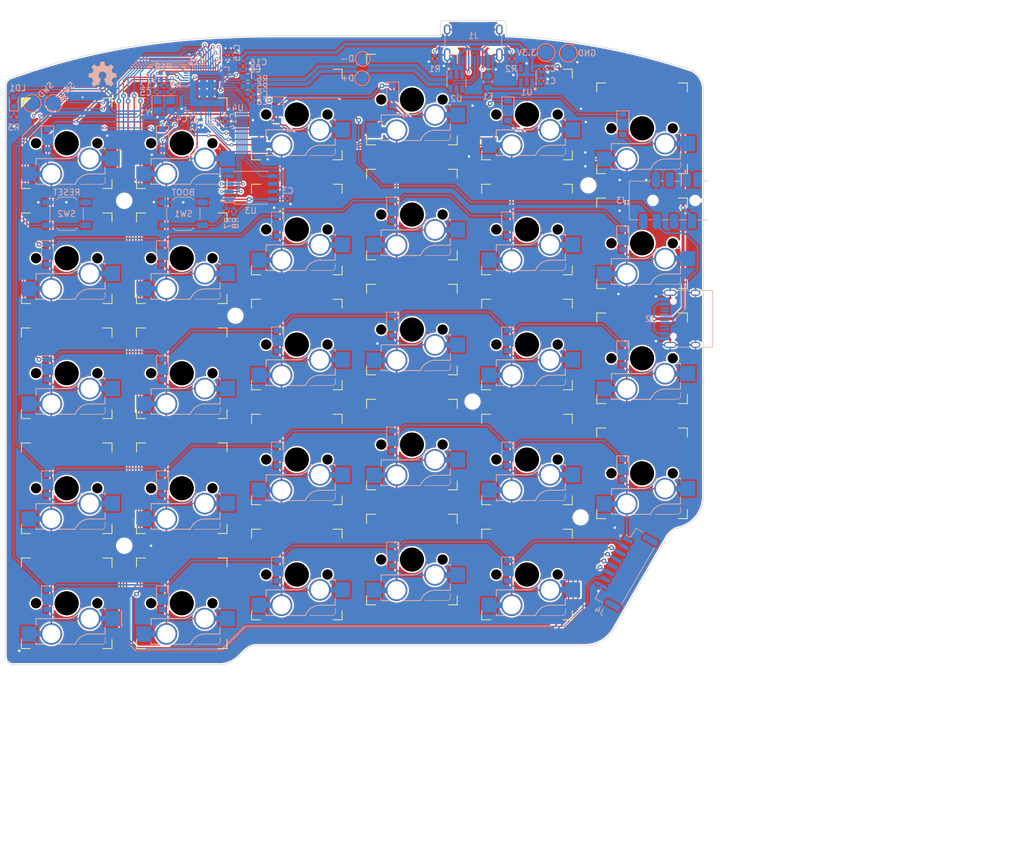
<source format=kicad_pcb>
(kicad_pcb (version 20211014) (generator pcbnew)
  (title_block (title "ErgoSNM Keyboard - Right") (rev "2.0") (comment 1 "MIT License (Open source hardware)") (comment 2 "https://github.com/ziteh/ergo-snm-keyboard"))
  (layers (0 "F.Cu" signal) (31 "B.Cu" signal) (34 "B.Paste" user) (35 "F.Paste" user) (36 "B.SilkS" user "B.Silkscreen") (37 "F.SilkS" user "F.Silkscreen") (38 "B.Mask" user) (39 "F.Mask" user) (44 "Edge.Cuts" user))
  (net 0 "")
  (net 1 "+5V")
  (net 2 "GND")
  (net 3 "+1V1")
  (net 4 "ROW_0")
  (net 5 "Net-(D1-Pad2)")
  (net 6 "ROW_1")
  (net 7 "Net-(D2-Pad2)")
  (net 8 "ROW_2")
  (net 9 "Net-(D3-Pad2)")
  (net 10 "ROW_3")
  (net 11 "Net-(D4-Pad2)")
  (net 12 "ROW_4")
  (net 13 "Net-(D5-Pad2)")
  (net 14 "Net-(D6-Pad2)")
  (net 15 "Net-(D7-Pad2)")
  (net 16 "Net-(D8-Pad2)")
  (net 17 "Net-(D9-Pad2)")
  (net 18 "Net-(D10-Pad2)")
  (net 19 "Net-(D11-Pad2)")
  (net 20 "Net-(D12-Pad2)")
  (net 21 "Net-(D13-Pad2)")
  (net 22 "Net-(D14-Pad2)")
  (net 23 "Net-(D15-Pad2)")
  (net 24 "Net-(D16-Pad2)")
  (net 25 "Net-(D17-Pad2)")
  (net 26 "Net-(D18-Pad2)")
  (net 27 "Net-(D19-Pad2)")
  (net 28 "Net-(D20-Pad2)")
  (net 29 "Net-(D21-Pad2)")
  (net 30 "Net-(D22-Pad2)")
  (net 31 "Net-(D23-Pad2)")
  (net 32 "Net-(D24-Pad2)")
  (net 33 "Net-(D25-Pad2)")
  (net 34 "Net-(D26-Pad2)")
  (net 35 "Net-(D27-Pad2)")
  (net 36 "Net-(D28-Pad2)")
  (net 37 "Net-(D29-Pad2)")
  (net 38 "VBUS")
  (net 39 "COL_7")
  (net 40 "COL_6")
  (net 41 "ROW_5")
  (net 42 "Encoder_B")
  (net 43 "Encoder_A")
  (net 44 "COL_5")
  (net 45 "COL_0")
  (net 46 "COL_1")
  (net 47 "COL_2")
  (net 48 "COL_3")
  (net 49 "COL_4")
  (net 50 "Net-(J1-PadA5)")
  (net 51 "Net-(J1-PadB5)")
  (net 52 "/USB_D+")
  (net 53 "/USB_D-")
  (net 54 "Net-(R5-Pad2)")
  (net 55 "/RP2040/BOOT")
  (net 56 "/RP2040/QSPI_SS")
  (net 57 "/RP2040/~{RESET}")
  (net 58 "SERIAL")
  (net 60 "/RP2040/QSPI_D3")
  (net 61 "/RP2040/QSPI_SCLK")
  (net 62 "/RP2040/QSPI_D0")
  (net 63 "/RP2040/QSPI_D2")
  (net 64 "/RP2040/QSPI_D1")
  (net 67 "Net-(C4-Pad2)")
  (net 68 "/RP2040/SWCLK")
  (net 69 "/RP2040/SWDIO")
  (net 70 "Net-(R6-Pad2)")
  (net 72 "Net-(R9-Pad2)")
  (net 78 "Net-(C5-Pad2)")
  (net 84 "+3V3")
  (net 88 "Net-(LD1-Pad1)")
  (net 89 "STATE_LED")
  (footprint "key-switches:MX_switch_PTH_hotswap_A" (layer "F.Cu") (at 109.22 60.0075)
    (fp_text reference "KEY9" hide)
    (fp_text value "SW_Push_45deg" hide)
  )
  (footprint "key-switches:MX_switch_PTH_hotswap_A" (layer "F.Cu") (at 147.32 79.0575)
    (fp_text reference "KEY17" hide)
    (fp_text value "SW_Push_45deg" hide)
  )
  (footprint "key-switches:MX_switch_PTH_hotswap_A" (layer "F.Cu") (at 128.27 76.581)
    (fp_text reference "KEY16" hide)
    (fp_text value "SW_Push_45deg" hide)
  )
  (footprint "key-switches:MX_switch_PTH_hotswap_A" (layer "F.Cu") (at 109.22 79.0575)
    (fp_text reference "KEY15" hide)
    (fp_text value "SW_Push_45deg" hide)
  )
  (footprint "key-switches:MX_switch_PTH_hotswap_A" (layer "F.Cu") (at 166.37 62.2935)
    (fp_text reference "KEY12" hide)
    (fp_text value "SW_Push_45deg" hide)
  )
  (footprint "key-switches:MX_switch_PTH_hotswap_A" (layer "F.Cu") (at 147.32 60.0075)
    (fp_text reference "KEY11" hide)
    (fp_text value "SW_Push_45deg" hide)
  )
  (footprint "key-switches:MX_switch_PTH_hotswap_A" (layer "F.Cu") (at 71.12 64.77)
    (fp_text reference "KEY7" hide)
    (fp_text value "SW_Push_45deg" hide)
  )
  (footprint "key-switches:MX_switch_PTH_hotswap_A" (layer "F.Cu") (at 147.32 117.1575)
    (fp_text reference "KEY29" hide)
    (fp_text value "SW_Push_45deg" hide)
  )
  (footprint "key-switches:MX_switch_PTH_hotswap_A" (layer "F.Cu") (at 71.12 45.72)
    (fp_text reference "KEY1" hide)
    (fp_text value "SW_Push_45deg" hide)
  )
  (footprint "key-switches:MX_switch_PTH_hotswap_A" (layer "F.Cu") (at 71.12 102.87)
    (fp_text reference "KEY19" hide)
    (fp_text value "SW_Push_45deg" hide)
  )
  (footprint "key-switches:MX_switch_PTH_hotswap_A" (layer "F.Cu") (at 71.12 83.82)
    (fp_text reference "KEY13" hide)
    (fp_text value "SW_Push_45deg" hide)
  )
  (footprint "key-switches:MX_switch_PTH_hotswap_A" (layer "F.Cu") (at 90.17 64.77)
    (fp_text reference "KEY8" hide)
    (fp_text value "SW_Push_45deg" hide)
  )
  (footprint "key-switches:MX_switch_PTH_hotswap_A" (layer "F.Cu") (at 166.37 43.2435)
    (fp_text reference "KEY6" hide)
    (fp_text value "SW_Push_45deg" hide)
  )
  (footprint "key-switches:MX_switch_PTH_hotswap_A" (layer "F.Cu") (at 71.12 121.92)
    (fp_text reference "KEY25" hide)
    (fp_text value "SW_Push_45deg" hide)
  )
  (footprint "key-switches:MX_switch_PTH_hotswap_A" (layer "F.Cu") (at 90.17 121.92)
    (fp_text reference "KEY26" hide)
    (fp_text value "SW_Push_45deg" hide)
  )
  (footprint "key-switches:MX_switch_PTH_hotswap_A" (layer "F.Cu") (at 128.27 114.681)
    (fp_text reference "KEY28" hide)
    (fp_text value "SW_Push_45deg" hide)
  )
  (footprint "key-switches:MX_switch_PTH_hotswap_A" (layer "F.Cu") (at 109.22 98.1075)
    (fp_text reference "KEY21" hide)
    (fp_text value "SW_Push_45deg" hide)
  )
  (footprint "key-switches:MX_switch_PTH_hotswap_A" (layer "F.Cu") (at 166.37 81.3435)
    (fp_text reference "KEY18" hide)
    (fp_text value "SW_Push_45deg" hide)
  )
  (footprint "key-switches:MX_switch_PTH_hotswap_A" (layer "F.Cu") (at 128.27 95.631)
    (fp_text reference "KEY22" hide)
    (fp_text value "SW_Push_45deg" hide)
  )
  (footprint "key-switches:MX_switch_PTH_hotswap_A" (layer "F.Cu") (at 128.27 57.531)
    (fp_text reference "KEY10" hide)
    (fp_text value "SW_Push_45deg" hide)
  )
  (footprint "key-switches:MX_switch_PTH_hotswap_A" (layer "F.Cu") (at 90.17 102.87)
    (fp_text reference "KEY20" hide)
    (fp_text value "SW_Push_45deg" hide)
  )
  (footprint "key-switches:MX_switch_PTH_hotswap_A" (layer "F.Cu") (at 147.32 40.9575)
    (fp_text reference "KEY5" hide)
    (fp_text value "SW_Push_45deg" hide)
  )
  (footprint "key-switches:MX_switch_PTH_hotswap_A" (layer "F.Cu") (at 147.32 98.1075)
    (fp_text reference "KEY23" hide)
    (fp_text value "SW_Push_45deg" hide)
  )
  (footprint "key-switches:MX_switch_PTH_hotswap_A" (layer "F.Cu") (at 109.22 40.9575)
    (fp_text reference "KEY3" hide)
    (fp_text value "SW_Push_45deg" hide)
  )
  (footprint "key-switches:MX_switch_PTH_hotswap_A" (layer "F.Cu") (at 90.17 83.82)
    (fp_text reference "KEY14" hide)
    (fp_text value "SW_Push_45deg" hide)
  )
  (footprint "key-switches:MX_switch_PTH_hotswap_A" (layer "F.Cu") (at 90.17 45.72)
    (fp_text reference "KEY2" hide)
    (fp_text value "SW_Push_45deg" hide)
  )
  (footprint "key-switches:MX_switch_PTH_hotswap_A" (layer "F.Cu") (at 128.27 38.481)
    (fp_text reference "KEY4" hide)
    (fp_text value "SW_Push_45deg" hide)
  )
  (footprint "key-switches:MX_switch_PTH_hotswap_A" (layer "F.Cu") (at 166.37 100.3935)
    (fp_text reference "KEY24" hide)
    (fp_text value "SW_Push_45deg" hide)
  )
  (footprint "key-switches:MX_switch_PTH_hotswap_A" (layer "F.Cu") (at 109.22 117.1575)
    (fp_text reference "KEY27" hide)
    (fp_text value "SW_Push_45deg" hide)
  )
  (footprint "Diode_SMD:D_SOD-123" (layer "B.Cu") (at 125.095 94.996 -90)
    (fp_text reference "D22" hide)
    (fp_text value "1N4148")
  )
  (footprint "Diode_SMD:D_SOD-123" (layer "B.Cu") (at 163.195 99.7585 -90)
    (fp_text reference "D24" hide)
    (fp_text value "1N4148")
  )
  (footprint "Diode_SMD:D_SOD-123" (layer "B.Cu") (at 144.145 40.3225 -90)
    (fp_text reference "D5" hide)
    (fp_text value "1N4148")
  )
  (footprint "Resistor_SMD:R_0402_1005Metric" (layer "B.Cu") (at 97.536 57.023 90)
    (fp_text reference "R7")
    (fp_text value "1k")
  )
  (footprint "Package_DFN_QFN:QFN-56-1EP_7x7mm_P0.4mm_EP3.2x3.2mm" (layer "B.Cu") (at 94.361 36.703 90)
    (fp_text reference "U4")
    (fp_text value "RP2040")
  )
  (footprint "Diode_SMD:D_SOD-123" (layer "B.Cu") (at 67.945 64.135 -90)
    (fp_text reference "D7" hide)
    (fp_text value "1N4148")
  )
  (footprint "TestPoint:TestPoint_Pad_D2.0mm" (layer "B.Cu") (at 120.142 31.75 90)
    (fp_text reference "TP2" hide)
    (fp_text value "TestPoint")
  )
  (footprint "Diode_SMD:D_SOD-123" (layer "B.Cu") (at 106.045 40.3225 -90)
    (fp_text reference "D3" hide)
    (fp_text value "1N4148")
  )
  (footprint "Resistor_SMD:R_0603_1608Metric" (layer "B.Cu") (at 101.092 34.74649 180)
    (fp_text reference "R6")
    (fp_text value "27")
  )
  (footprint "Capacitor_SMD:C_0402_1005Metric" (layer "B.Cu") (at 88.392 41.783)
    (fp_text reference "C4")
    (fp_text value "20pF")
  )
  (footprint "Diode_SMD:D_SOD-123" (layer "B.Cu") (at 67.945 102.235 -90)
    (fp_text reference "D19" hide)
    (fp_text value "1N4148")
  )
  (footprint "TestPoint:TestPoint_Pad_D2.5mm" (layer "B.Cu") (at 65.405 39.116 180)
    (fp_text reference "TP6" hide)
    (fp_text value "TestPoint")
  )
  (footprint "Diode_SMD:D_SOD-123" (layer "B.Cu") (at 144.145 97.4725 -90)
    (fp_text reference "D23" hide)
    (fp_text value "1N4148")
  )
  (footprint "Diode_SMD:D_SOD-123" (layer "B.Cu") (at 86.995 102.235 -90)
    (fp_text reference "D20" hide)
    (fp_text value "1N4148")
  )
  (footprint "MountingHole:MountingHole_2.2mm_M2" (layer "B.Cu") (at 156.21 107.696 180)
    (fp_text reference "H6" hide)
    (fp_text value "MountingHole" hide)
  )
  (footprint "MountingHole:MountingHole_2.2mm_M2" (layer "B.Cu") (at 80.645 55.245 180)
    (fp_text reference "H1" hide)
    (fp_text value "MountingHole" hide)
  )
  (footprint "kibuzzard-63A148C1" (layer "B.Cu") (at 164.026438 38.693787 180)
    (fp_text reference "kibuzzard-63A148C1" hide)
    (fp_text value "G***" hide)
  )
  (footprint "TestPoint:TestPoint_Pad_D2.5mm" (layer "B.Cu") (at 154.16 30.8 180)
    (fp_text reference "TP4" hide)
    (fp_text value "TestPoint")
  )
  (footprint "Capacitor_SMD:C_0402_1005Metric" (layer "B.Cu") (at 93.345 42.291 -90)
    (fp_text reference "C13")
    (fp_text value "100nF")
  )
  (footprint "LED_SMD:LED_0603_1608Metric" (layer "B.Cu") (at 62.357 38.862 90)
    (fp_text reference "LD1")
    (fp_text value "Red")
  )
  (footprint "Button_Switch_SMD:SW_SPST_TL3342" (layer "B.Cu") (at 71.12 57.404 180)
    (fp_text reference "SW2")
    (fp_text value "RESET")
  )
  (footprint "Diode_SMD:D_SOD-123" (layer "B.Cu") (at 86.995 83.185 -90)
    (fp_text reference "D14" hide)
    (fp_text value "1N4148")
  )
  (footprint "Capacitor_SMD:C_0402_1005Metric" (layer "B.Cu") (at 100.3046 33.4772)
    (fp_text reference "C8")
    (fp_text value "1uF")
  )
  (footprint "TestPoint:TestPoint_Pad_D2.0mm" (layer "B.Cu") (at 120.015 34.925 90)
    (fp_text reference "TP3" hide)
    (fp_text value "TestPoint")
  )
  (footprint "Capacitor_SMD:C_0402_1005Metric" (layer "B.Cu") (at 97.155 31.115 90)
    (fp_text reference "C10")
    (fp_text value "100nF")
  )
  (footprint "Diode_SMD:D_SOD-123" (layer "B.Cu") (at 86.995 121.285 -90)
    (fp_text reference "D26" hide)
    (fp_text value "1N4148")
  )
  (footprint "Diode_SMD:D_SOD-123" (layer "B.Cu") (at 67.945 121.285 -90)
    (fp_text reference "D25" hide)
    (fp_text value "1N4148")
  )
  (footprint "Diode_SMD:D_SOD-123" (layer "B.Cu") (at 106.045 78.4225 -90)
    (fp_text reference "D15" hide)
    (fp_text value "1N4148")
  )
  (footprint "Diode_SMD:D_SOD-123" (layer "B.Cu") (at 67.945 45.085 -90)
    (fp_text reference "D1" hide)
    (fp_text value "1N4148")
  )
  (footprint "Diode_SMD:D_SOD-123" (layer "B.Cu") (at 125.095 75.946 -90)
    (fp_text reference "D16" hide)
    (fp_text value "1N4148")
  )
  (footprint "Capacitor_SMD:C_0402_1005Metric" (layer "B.Cu") (at 92.71 30.988 180)
    (fp_text reference "C11")
    (fp_text value "100nF")
  )
  (footprint "Resistor_SMD:R_0402_1005Metric" (layer "B.Cu") (at 132.06 31.7 -90)
    (fp_text reference "R1")
    (fp_text value "5.1k")
  )
  (footprint "LOGO" (layer "B.Cu") (at 171.56 36.9 180)
    (fp_text reference "G***" hide)
    (fp_text value "LOGO" hide)
  )
  (footprint "Capacitor_SMD:C_0402_1005Metric" (layer "B.Cu") (at 149.66 33.4 -90)
    (fp_text reference "C2")
    (fp_text value "1uF")
  )
  (footprint "Capacitor_SMD:C_0402_1005Metric" (layer "B.Cu") (at 87.249 35.179 180)
    (fp_text reference "C7")
    (fp_text value "100nF")
  )
  (footprint "Diode_SMD:D_SOD-123" (layer "B.Cu") (at 144.145 116.5225 -90)
    (fp_text reference "D29" hide)
    (fp_text value "1N4148")
  )
  (footprint "Diode_SMD:D_SOD-123" (layer "B.Cu") (at 67.945 83.185 -90)
    (fp_text reference "D13" hide)
    (fp_text value "1N4148")
  )
  (footprint "Crystal:Crystal_SMD_3225-4Pin_3.2x2.5mm" (layer "B.Cu") (at 87.249 39.497)
    (fp_text reference "Y1")
    (fp_text value "12MHz")
  )
  (footprint "Capacitor_SMD:C_0402_1005Metric" (layer "B.Cu") (at 101.6 37.592)
    (fp_text reference "C9")
    (fp_text value "100nF")
  )
  (footprint "Diode_SMD:D_SOD-123" (layer "B.Cu") (at 106.045 97.4725 -90)
    (fp_text reference "D21" hide)
    (fp_text value "1N4148")
  )
  (footprint "Capacitor_SMD:C_0402_1005Metric" (layer "B.Cu") (at 100.3046 32.4612)
    (fp_text reference "C16")
    (fp_text value "1uF")
  )
  (footprint "Fuse:Fuse_0805_2012Metric" (layer "B.Cu") (at 140.843 35.56 -90)
    (fp_text reference "F1")
    (fp_text value "500mA, 6V")
  )
  (footprint "Resistor_SMD:R_0402_1005Metric" (layer "B.Cu") (at 88.392 37.211)
    (fp_text reference "R9")
    (fp_text value "1k")
  )
  (footprint "MountingHole:MountingHole_2.2mm_M2" (layer "B.Cu") (at 138.303 88.519 180)
    (fp_text reference "H4" hide)
    (fp_text value "MountingHole" hide)
  )
  (footprint "Package_TO_SOT_SMD:SOT-23-6" (layer "B.Cu") (at 135.636 35.56 -90)
    (fp_text reference "U2")
    (fp_text value "SRV05-4")
  )
  (footprint "Connector_USB:USB_C_Receptacle_HRO_TYPE-C-31-M-12" (layer "B.Cu") (at 174.16 74.8 -90)
    (fp_text reference "J2")
    (fp_text value "USB_C_Receptacle_USB2.0")
  )
  (footprint "Resistor_SMD:R_0402_1005Metric" (layer "B.Cu") (at 87.249 34.163)
    (fp_text reference "R10")
    (fp_text value "10k")
  )
  (footprint "Capacitor_SMD:C_0402_1005Metric" (layer "B.Cu") (at 97.36 42.1 -90)
    (fp_text reference "C14")
    (fp_text value "100nF")
  )
  (footprint "Package_SO:SOIC-8_5.23x5.23mm_P1.27mm" (layer "B.Cu") (at 101.6 53.086)
    (fp_text reference "U3")
    (fp_text value "W25Q128JVS")
  )
  (footprint "MountingHole:MountingHole_2.2mm_M2" (layer "B.Cu") (at 80.645 112.395 180)
    (fp_text reference "H2" hide)
    (fp_text value "MountingHole" hide)
  )
  (footprint "Diode_SMD:D_SOD-123" (layer "B.Cu") (at 144.145 59.3725 -90)
    (fp_text reference "D11" hide)
    (fp_text value "1N4148")
  )
  (footprint "TestPoint:TestPoint_Pad_D2.5mm" (layer "B.Cu") (at 150.46 30.7 180)
    (fp_text reference "TP1" hide)
    (fp_text value "TestPoint")
  )
  (footprint "TestPoint:TestPoint_Pad_D2.5mm" (layer "B.Cu") (at 68.961 39.116 180)
    (fp_text reference "TP5" hide)
    (fp_text value "TestPoint")
  )
  (footprint "Diode_SMD:D_SOD-123" (layer "B.Cu") (at 144.145 78.4225 -90)
    (fp_text reference "D17" hide)
    (fp_text value "1N4148")
  )
  (footprint "Diode_SMD:D_SOD-123" (layer "B.Cu") (at 86.995 64.135 -90)
    (fp_text reference "D8" hide)
    (fp_text value "1N4148")
  )
  (footprint "Diode_SMD:D_SOD-123" (layer "B.Cu") (at 125.095 37.846 -90)
    (fp_text reference "D4" hide)
    (fp_text value "1N4148")
  )
  (footprint "Diode_SMD:D_SOD-123" (layer "B.Cu") (at 86.995 45.085 -90)
    (fp_text reference "D2" hide)
    (fp_text value "1N4148")
  )
  (footprint "ErgoSNM_Keyboard:PJ-393 8P TRRS" (layer "B.Cu") (at 171.86 55.2)
    (fp_text reference "J3")
    (fp_text value "PJ-393_TRRS_8P")
  )
  (footprint "Resistor_SMD:R_0402_1005Metric" (layer "B.Cu") (at 62.357 41.402 -90)
    (fp_text reference "R3")
    (fp_text value "1k")
  )
  (footprint "MountingHole:MountingHole_2.2mm_M2" (layer "B.Cu") (at 99.06 74.295 180)
    (fp_text reference "H3" hide)
    (fp_text value "MountingHole" hide)
  )
  (footprint "Capacitor_SMD:C_0402_1005Metric" (layer "B.Cu") (at 98.298 31.115 90)
    (fp_text reference "C15")
    (fp_text value "100nF")
  )
  (footprint "Connector_USB:USB_C_Receptacle_HRO_TYPE-C-31-M-12" (layer "B.Cu") (at 138.43 27.94)
    (fp_text reference "J1")
    (fp_text value "USB_C_Receptacle_USB2.0")
  )
  (footprint "Capacitor_SMD:C_0402_1005Metric" (layer "B.Cu") (at 101.6 38.608)
    (fp_text reference "C6")
    (fp_text value "100nF")
  )
  (footprint "Resistor_SMD:R_0402_1005Metric" (layer "B.Cu") (at 144.78 31.7 -90)
    (fp_text reference "R2")
    (fp_text value "5.1k")
  )
  (footprint "Resistor_SMD:R_0603_1608Metric" (layer "B.Cu") (at 101.092 36.322 180)
    (fp_text reference "R5")
    (fp_text value "27")
  )
  (footprint "MountingHole:MountingHole_2.2mm_M2" (layer "B.Cu") (at 157.48 52.705 180)
    (fp_text reference "H5" hide)
    (fp_text value "MountingHole" hide)
  )
  (footprint "Diode_SMD:D_SOD-123" (layer "B.Cu") (at 106.045 116.5225 -90)
    (fp_text reference "D27" hide)
    (fp_text value "1N4148")
  )
  (footprint "Capacitor_SMD:C_0402_1005Metric" (layer "B.Cu") (at 149.66 35.4 90)
    (fp_text reference "C1")
    (fp_text value "1uF")
  )
  (footprint "Resistor_SMD:R_0402_1005Metric" (layer "B.Cu") (at 96.26 42.1 -90)
    (fp_text reference "R4")
    (fp_text value "5.1k")
  )
  (footprint "Resistor_SMD:R_0402_1005Metric" (layer "B.Cu") (at 98.806 57.023 90)
    (fp_text reference "R8")
    (fp_text value "10k")
  )
  (footprint "Diode_SMD:D_SOD-123" (layer "B.Cu") (at 106.045 59.3725 -90)
    (fp_text reference "D9" hide)
    (fp_text value "1N4148")
  )
  (footprint "Capacitor_SMD:C_0402_1005Metric" (layer "B.Cu") (at 87.249 36.195 180)
    (fp_text reference "C12")
    (fp_text value "100nF")
  )
  (footprint "Button_Switch_SMD:SW_SPST_TL3342" (layer "B.Cu") (at 90.424 57.404 180)
    (fp_text reference "SW1")
    (fp_text value "BOOT")
  )
  (footprint "Capacitor_SMD:C_0402_1005Metric" (layer "B.Cu") (at 86.106 37.211)
    (fp_text reference "C5")
    (fp_text value "20pF")
  )
  (footprint "Capacitor_SMD:C_0402_1005Metric" (layer "B.Cu") (at 107.668 54.864)
    (fp_text reference "C3")
    (fp_text value "100nF")
  )
  (footprint "Connector_JST:JST_GH_SM08B-GHS-TB_1x08-1MP_P1.25mm_Horizontal" (layer "B.Cu") (at 163.46 116.15 -120)
    (fp_text reference "J4")
    (fp_text value "Conn_01x08")
  )
  (footprint "Diode_SMD:D_SOD-123" (layer "B.Cu") (at 163.195 61.6585 -90)
    (fp_text reference "D12" hide)
    (fp_text value "1N4148")
  )
  (footprint "Diode_SMD:D_SOD-123" (layer "B.Cu") (at 125.095 114.046 -90)
    (fp_text reference "D28" hide)
    (fp_text value "1N4148")
  )
  (footprint "Diode_SMD:D_SOD-123" (layer "B.Cu") (at 163.195 80.7085 -90)
    (fp_text reference "D18" hide)
    (fp_text value "1N4148")
  )
  (footprint "Diode_SMD:D_SOD-123" (layer "B.Cu") (at 125.095 56.896 -90)
    (fp_text reference "D10" hide)
    (fp_text value "1N4148")
  )
  (footprint "Diode_SMD:D_SOD-123" (layer "B.Cu") (at 163.195 42.6085 -90)
    (fp_text reference "D6" hide)
    (fp_text value "1N4148")
  )
  (footprint "Package_TO_SOT_SMD:SOT-23-5" (layer "B.Cu") (at 147.26 34.4 90)
    (fp_text reference "U1")
    (fp_text value "RT9013-33GB")
  )
  (gr_circle (center 96.774 55.245) (end 97.028 55.245) (layer "B.SilkS") (width 0) (fill solid))
  (gr_circle (center 148.66 36.7) (end 148.914 36.7) (layer "B.SilkS") (width 0) (fill solid))
  (gr_circle (center 162.816916 110.737708) (end 163.070916 110.737708) (layer "B.SilkS") (width 0) (fill solid))
  (gr_circle (center 134.366 33.401) (end 134.62 33.401) (layer "B.SilkS") (width 0) (fill solid))
  (gr_poly (pts (xy 76.757005 32.190537) (xy 76.755696 32.190634) (xy 76.754393 32.190794) (xy 76.753098 32.191016) (xy 76.751814 32.191297) (xy 76.750542 32.191636) (xy 76.749285 32.192032) (xy 76.748044 32.192482) (xy 76.74682 32.192986) (xy 76.745617 32.193542) (xy 76.744436 32.194147) (xy 76.743279 32.194801) (xy 76.742148 32.195502) (xy 76.741044 32.196248) (xy 76.739971 32.197037) (xy 76.738929 32.197869) (xy 76.73792 32.198741) (xy 76.736948 32.199652) (xy 76.736012 32.2006) (xy 76.735117 32.201584) (xy 76.734263 32.202601) (xy 76.733452 32.203651) (xy 76.732686 32.204732) (xy 76.731968 32.205842) (xy 76.731298 32.206979) (xy 76.73068 32.208143) (xy 76.730115 32.209331) (xy 76.729605 32.210541) (xy 76.729152 32.211773) (xy 76.728758 32.213024) (xy 76.728425 32.214293) (xy 76.728154 32.215579) (xy 76.619291 32.800411) (xy 76.619016 32.801707) (xy 76.618682 32.803007) (xy 76.617845 32.805612) (xy 76.616795 32.808209) (xy 76.615546 32.810781) (xy 76.614113 32.81331) (xy 76.61251 32.815781) (xy 76.610753 32.818175) (xy 76.608856 32.820477) (xy 76.606834 32.822668) (xy 76.604701 32.824732) (xy 76.602472 32.826652) (xy 76.600161 32.828412) (xy 76.597784 32.829993) (xy 76.595355 32.83138) (xy 76.594125 32.831994) (xy 76.592888 32.832554) (xy 76.591645 32.833057) (xy 76.590398 32.8335) (xy 76.198424 32.993956) (xy 76.195989 32.995028) (xy 76.193406 32.995924) (xy 76.190699 32.996644) (xy 76.18789 32.997191) (xy 76.185001 32.997566) (xy 76.182056 32.997771) (xy 76.179078 32.997807) (xy 76.176088 32.997675) (xy 76.17311 32.997378) (xy 76.170167 32.996917) (xy 76.16728 32.996294) (xy 76.164474 32.995509) (xy 76.16177 32.994565) (xy 76.159191 32.993463) (xy 76.15676 32.992205) (xy 76.1545 32.990792) (xy 75.665908 32.655501) (xy 75.664807 32.654784) (xy 75.663674 32.654123) (xy 75.662511 32.653518) (xy 75.66132 32.652968) (xy 75.660104 32.652472) (xy 75.658865 32.652032) (xy 75.657606 32.651647) (xy 75.65633 32.651316) (xy 75.655038 32.651039) (xy 75.653734 32.650816) (xy 75.651098 32.650531) (xy 75.64844 32.65046) (xy 75.645782 32.6506) (xy 75.643142 32.650949) (xy 75.640542 32.651507) (xy 75.638 32.65227) (xy 75.636757 32.652728) (xy 75.635537 32.653238) (xy 75.634341 32.653797) (xy 75.633172 32.654407) (xy 75.632033 32.655068) (xy 75.630926 32.655778) (xy 75.629853 32.656538) (xy 75.628818 32.657347) (xy 75.627822 32.658205) (xy 75.626868 32.659113) (xy 75.215391 33.07059) (xy 75.214483 33.071544) (xy 75.213626 33.07254) (xy 75.212817 33.073576) (xy 75.212058 33.074649) (xy 75.21135 33.075757) (xy 75.210691 33.076897) (xy 75.209525 33.079264) (xy 75.208562 33.08173) (xy 75.207803 33.084274) (xy 75.20725 33.086878) (xy 75.206904 33.089521) (xy 75.206766 33.092182) (xy 75.20684 33.094843) (xy 75.207124 33.097482) (xy 75.207623 33.100081) (xy 75.208336 33.102618) (xy 75.208774 33.103858) (xy 75.209265 33.105074) (xy 75.209812 33.106266) (xy 75.210413 33.10743) (xy 75.211069 33.108563) (xy 75.21178 33.109664) (xy 75.541223 33.58983) (xy 75.54264 33.592099) (xy 75.543897 33.594534) (xy 75.544994 33.597111) (xy 75.545929 33.599809) (xy 75.5467 33.602606) (xy 75.547305 33.605479) (xy 75.547745 33.608406) (xy 75.548016 33.611366) (xy 75.548118 33.614335) (xy 75.54805 33.617293) (xy 75.547809 33.620216) (xy 75.547395 33.623083) (xy 75.546806 33.625872) (xy 75.54604 33.62856) (xy 75.545097 33.631126) (xy 75.543975 33.633547) (xy 75.370654 34.037904) (xy 75.369664 34.040387) (xy 75.368447 34.042847) (xy 75.36702 34.04527) (xy 75.3654 34.047641) (xy 75.363605 34.049945) (xy 75.361652 34.052168) (xy 75.359557 34.054294) (xy 75.357338 34.05631) (xy 75.355013 34.058201) (xy 75.352597 34.059951) (xy 75.35011 34.061547) (xy 75.347567 34.062974) (xy 75.344986 34.064216) (xy 75.342384 34.06526) (xy 75.339779 34.066091) (xy 75.337186 34.066693) (xy 74.771754 34.171841) (xy 74.770471 34.172118) (xy 74.769205 34.172457) (xy 74.767957 34.172856) (xy 74.766728 34.173314) (xy 74.76552 34.173828) (xy 74.764334 34.174397) (xy 74.763173 34.175018) (xy 74.762037 34.17569) (xy 74.759851 34.177179) (xy 74.757787 34.178847) (xy 74.755858 34.18068) (xy 74.754079 34.182663) (xy 74.752461 34.18478) (xy 74.751017 34.187016) (xy 74.749761 34.189356) (xy 74.749208 34.19056) (xy 74.748706 34.191784) (xy 74.748257 34.193026) (xy 74.747864 34.194285) (xy 74.747527 34.195558) (xy 74.747248 34.196844) (xy 74.747029 34.198141) (xy 74.746872 34.199446) (xy 74.746777 34.200758) (xy 74.746748 34.202075) (xy 74.746817 34.784018) (xy 74.74685 34.785332) (xy 74.746947 34.786642) (xy 74.747108 34.787946) (xy 74.74733 34.789242) (xy 74.747612 34.790528) (xy 74.747952 34.791801) (xy 74.748348 34.793061) (xy 74.7488 34.794304) (xy 74.749305 34.79553) (xy 74.749861 34.796735) (xy 74.750468 34.797919) (xy 74.751123 34.799079) (xy 74.751825 34.800212) (xy 74.752572 34.801318) (xy 74.753362 34.802395) (xy 74.754195 34.803439) (xy 74.755067 34.80445) (xy 74.755979 34.805425) (xy 74.756927 34.806362) (xy 74.757911 34.807259) (xy 74.758929 34.808115) (xy 74.759979 34.808927) (xy 74.761059 34.809694) (xy 74.762169 34.810413) (xy 74.763306 34.811083) (xy 74.764468 34.811701) (xy 74.765655 34.812266) (xy 74.766863 34.812775) (xy 74.768093 34.813227) (xy 74.769342 34.813619) (xy 74.770609 34.81395) (xy 74.771891 34.814218) (xy 75.323428 34.916855) (xy 75.324727 34.917121) (xy 75.326028 34.917447) (xy 75.32733 34.917832) (xy 75.32863 34.918273) (xy 75.331219 34.919317) (xy 75.333778 34.920563) (xy 75.33629 34.921998) (xy 75.338739 34.923605) (xy 75.341109 34.92537) (xy 75.343383 34.927277) (xy 75.345544 34.929312) (xy 75.347576 34.931459) (xy 75.349463 34.933703) (xy 75.351188 34.936029) (xy 75.352734 34.938422) (xy 75.354086 34.940866) (xy 75.355227 34.943348) (xy 75.355712 34.944597) (xy 75.356139 34.945851) (xy 75.528324 35.37597) (xy 75.52939 35.378417) (xy 75.530278 35.381008) (xy 75.53099 35.383721) (xy 75.531529 35.386534) (xy 75.531896 35.389424) (xy 75.532093 35.392368) (xy 75.532122 35.395345) (xy 75.531983 35.398332) (xy 75.53168 35.401306) (xy 75.531214 35.404246) (xy 75.530587 35.407128) (xy 75.5298 35.40993) (xy 75.528855 35.412631) (xy 75.527754 35.415206) (xy 75.526499 35.417635) (xy 75.525091 35.419894) (xy 75.21178 35.87643) (xy 75.211063 35.877531) (xy 75.210402 35.878665) (xy 75.209796 35.879829) (xy 75.209246 35.881021) (xy 75.208751 35.882238) (xy 75.208311 35.883479) (xy 75.207926 35.88474) (xy 75.207594 35.886018) (xy 75.207318 35.887312) (xy 75.207095 35.888619) (xy 75.20681 35.891262) (xy 75.206739 35.893925) (xy 75.206879 35.89659) (xy 75.207228 35.899236) (xy 75.207785 35.901843) (xy 75.208549 35.904391) (xy 75.209007 35.905636) (xy 75.209516 35.906859) (xy 75.210076 35.908057) (xy 75.210686 35.909228) (xy 75.211346 35.910369) (xy 75.212056 35.911478) (xy 75.212816 35.912551) (xy 75.213625 35.913588) (xy 75.214484 35.914584) (xy 75.215391 35.915538) (xy 75.626938 36.327015) (xy 75.627885 36.327916) (xy 75.628876 36.328769) (xy 75.629907 36.329573) (xy 75.630975 36.330328) (xy 75.632079 36.331033) (xy 75.633216 36.331689) (xy 75.635577 36.332852) (xy 75.638039 36.333814) (xy 75.640581 36.334573) (xy 75.643183 36.335128) (xy 75.645825 36.335477) (xy 75.648487 36.335617) (xy 75.651149 36.335548) (xy 75.65379 36.335268) (xy 75.65639 36.334774) (xy 75.658928 36.334064) (xy 75.660169 36.333628) (xy 75.661386 36.333138) (xy 75.662578 36.332593) (xy 75.663742 36.331993) (xy 75.664876 36.331338) (xy 75.665977 36.330627) (xy 76.114464 36.022819) (xy 76.116718 36.021415) (xy 76.119133 36.020185) (xy 76.121686 36.019127) (xy 76.124355 36.018244) (xy 76.127119 36.017535) (xy 76.129954 36.017) (xy 76.132841 36.01664) (xy 76.135755 36.016455) (xy 76.138676 36.016447) (xy 76.141582 36.016614) (xy 76.14445 36.016958) (xy 76.147258 36.017479) (xy 76.149986 36.018177) (xy 76.152609 36.019053) (xy 76.155108 36.020107) (xy 76.157459 36.02134) (xy 76.355235 36.126935) (xy 76.356418 36.127497) (xy 76.35761 36.127992) (xy 76.35881 36.128419) (xy 76.360016 36.128779) (xy 76.361226 36.129074) (xy 76.362437 36.129304) (xy 76.363647 36.12947) (xy 76.364856 36.129573) (xy 76.366059 36.129612) (xy 76.367256 36.12959) (xy 76.368444 36.129507) (xy 76.369622 36.129363) (xy 76.370786 36.12916) (xy 76.371936 36.128897) (xy 76.373069 36.128577) (xy 76.374183 36.128199) (xy 76.375275 36.127764) (xy 76.376345 36.127274) (xy 76.37739 36.126729) (xy 76.378407 36.126129) (xy 76.379395 36.125475) (xy 76.380351 36.124769) (xy 76.381274 36.124011) (xy 76.382162 36.123201) (xy 76.383012 36.122341) (xy 76.383823 36.12143) (xy 76.384591 36.120471) (xy 76.385317 36.119464) (xy 76.385996 36.118408) (xy 76.386628 36.117307) (xy 76.387209 36.116159) (xy 76.387739 36.114965) (xy 76.795502 35.129593) (xy 76.795973 35.128368) (xy 76.796382 35.127123) (xy 76.79673 35.125863) (xy 76.797016 35.124588) (xy 76.797242 35.123302) (xy 76.797409 35.122006) (xy 76.797518 35.120704) (xy 76.797569 35.119397) (xy 76.797563 35.118088) (xy 76.7975 35.116779) (xy 76.797383 35.115473) (xy 76.79721 35.114171) (xy 76.796984 35.112876) (xy 76.796705 35.111591) (xy 76.796374 35.110318) (xy 76.795992 35.109059) (xy 76.795559 35.107817) (xy 76.795076 35.106593) (xy 76.794544 35.105391) (xy 76.793964 35.104212) (xy 76.793336 35.103059) (xy 76.792662 35.101934) (xy 76.791942 35.10084) (xy 76.791178 35.099779) (xy 76.790368 35.098753) (xy 76.789516 35.097764) (xy 76.78862 35.096816) (xy 76.787683 35.09591) (xy 76.786705 35.095048) (xy 76.785686 35.094234) (xy 76.784629 35.093469) (xy 76.783532 35.092755) (xy 76.734036 35.062453) (xy 76.730474 35.060184) (xy 76.72667 35.057594) (xy 76.722697 35.05474) (xy 76.718627 35.051678) (xy 76.714531 35.048465) (xy 76.710481 35.045156) (xy 76.706548 35.041809) (xy 76.702805 35.038479) (xy 76.67004 35.016052) (xy 76.63877 34.991701) (xy 76.609081 34.965512) (xy 76.581058 34.93757) (xy 76.554786 34.907959) (xy 76.530351 34.876764) (xy 76.507838 34.84407) (xy 76.487332 34.809962) (xy 76.468919 34.774524) (xy 76.452685 34.737842) (xy 76.438713 34.7) (xy 76.427091 34.661084) (xy 76.417903 34.621177) (xy 76.411234 34.580365) (xy 76.40717 34.538734) (xy 76.405797 34.496366) (xy 76.406634 34.463247) (xy 76.409119 34.430563) (xy 76.413212 34.398354) (xy 76.418872 34.36666) (xy 76.426058 34.335523) (xy 76.43473 34.304983) (xy 76.444848 34.275079) (xy 76.456371 34.245853) (xy 76.469259 34.217345) (xy 76.483471 34.189595) (xy 76.498967 34.162643) (xy 76.515707 34.136531) (xy 76.533649 34.111299) (xy 76.552754 34.086986) (xy 76.572981 34.063635) (xy 76.59429 34.041284) (xy 76.61664 34.019974) (xy 76.639991 33.999746) (xy 76.664303 33.98064) (xy 76.689534 33.962697) (xy 76.715645 33.945958) (xy 76.742594 33.930461) (xy 76.770343 33.916249) (xy 76.798849 33.903361) (xy 76.828073 33.891837) (xy 76.857975 33.881719) (xy 76.888513 33.873047) (xy 76.919648 33.865861) (xy 76.951339 33.860201) (xy 76.983545 33.856108) (xy 77.016227 33.853623) (xy 77.049343 33.852786) (xy 77.082459 33.853623) (xy 77.115141 33.856108) (xy 77.147347 33.860201) (xy 77.179039 33.865861) (xy 77.210174 33.873047) (xy 77.240714 33.881719) (xy 77.270616 33.891837) (xy 77.299842 33.903361) (xy 77.328349 33.916249) (xy 77.356099 33.930461) (xy 77.38305 33.945958) (xy 77.409163 33.962697) (xy 77.434395 33.98064) (xy 77.458708 33.999746) (xy 77.482061 34.019974) (xy 77.504413 34.041284) (xy 77.525723 34.063635) (xy 77.545952 34.086986) (xy 77.565058 34.111299) (xy 77.583002 34.136531) (xy 77.599743 34.162643) (xy 77.615241 34.189595) (xy 77.629454 34.217345) (xy 77.642344 34.245853) (xy 77.653868 34.275079) (xy 77.663987 34.304983) (xy 77.67266 34.335523) (xy 77.679847 34.36666) (xy 77.685507 34.398354) (xy 77.6896 34.430563) (xy 77.692086 34.463247) (xy 77.692923 34.496366) (xy 77.692578 34.517637) (xy 77.691549 34.538734) (xy 77.689848 34.559647) (xy 77.687484 34.580365) (xy 77.68447 34.600879) (xy 77.680814 34.621177) (xy 77.676529 34.641249) (xy 77.671624 34.661084) (xy 77.666111 34.680671) (xy 77.66 34.7) (xy 77.653301 34.719061) (xy 77.646026 34.737842) (xy 77.638185 34.756333) (xy 77.62979 34.774524) (xy 77.611375 34.809962) (xy 77.590868 34.84407) (xy 77.568354 34.876764) (xy 77.543919 34.907959) (xy 77.517648 34.93757) (xy 77.489626 34.965513) (xy 77.45994 34.991701) (xy 77.428675 35.016052) (xy 77.395915 35.038479) (xy 77.392151 35.041809) (xy 77.388204 35.045156) (xy 77.384146 35.048465) (xy 77.380046 35.051678) (xy 77.375972 35.05474) (xy 77.371996 35.057594) (xy 77.368187 35.060184) (xy 77.364615 35.062453) (xy 77.315119 35.092755) (xy 77.314016 35.093469) (xy 77.312953 35.094234) (xy 77.311929 35.095048) (xy 77.310947 35.09591) (xy 77.310006 35.096816) (xy 77.309107 35.097764) (xy 77.30744 35.099779) (xy 77.305951 35.101934) (xy 77.304648 35.104212) (xy 77.303535 35.106593) (xy 77.302621 35.109059) (xy 77.301909 35.111591) (xy 77.301407 35.114171) (xy 77.301122 35.116779) (xy 77.301058 35.119397) (xy 77.301223 35.122006) (xy 77.301393 35.123302) (xy 77.301622 35.124588) (xy 77.301912 35.125863) (xy 77.302262 35.127123) (xy 77.302675 35.128368) (xy 77.303149 35.129593) (xy 77.710946 36.114931) (xy 77.711476 36.116124) (xy 77.712058 36.117273) (xy 77.71269 36.118375) (xy 77.71337 36.119431) (xy 77.714096 36.120439) (xy 77.714865 36.121399) (xy 77.715677 36.12231) (xy 77.716528 36.123172) (xy 77.717417 36.123982) (xy 77.718341 36.124742) (xy 77.719298 36.125449) (xy 77.720287 36.126104) (xy 77.721306 36.126705) (xy 77.722351 36.127251) (xy 77.723422 36.127742) (xy 77.724515 36.128178) (xy 77.72563 36.128556) (xy 77.726763 36.128877) (xy 77.727914 36.12914) (xy 77.729079 36.129344) (xy 77.730256 36.129488) (xy 77.731444 36.129571) (xy 77.732641 36.129593) (xy 77.733844 36.129553) (xy 77.735052 36.12945) (xy 77.736261 36.129283) (xy 77.737471 36.129052) (xy 77.738679 36.128755) (xy 77.739883 36.128393) (xy 77.741081 36.127963) (xy 77.742271 36.127466) (xy 77.74345 36.126901) (xy 77.941226 36.021306) (xy 77.943572 36.020073) (xy 77.946066 36.01902) (xy 77.948687 36.018146) (xy 77.951412 36.01745) (xy 77.95422 36.016931) (xy 77.957088 36.016589) (xy 77.959995 36.016424) (xy 77.962917 36.016434) (xy 77.965833 36.01662) (xy 77.968722 36.016981) (xy 77.97156 36.017516) (xy 77.974325 36.018224) (xy 77.976996 36.019106) (xy 77.979551 36.020161) (xy 77.981966 36.021387) (xy 77.984221 36.022785) (xy 78.432674 36.330593) (xy 78.433778 36.331304) (xy 78.434914 36.331959) (xy 78.436081 36.332559) (xy 78.437275 36.333104) (xy 78.438494 36.333594) (xy 78.439735 36.33403) (xy 78.440997 36.334412) (xy 78.442276 36.33474) (xy 78.443571 36.335013) (xy 78.444878 36.335234) (xy 78.447519 36.335514) (xy 78.450181 36.335583) (xy 78.452843 36.335443) (xy 78.455485 36.335094) (xy 78.458088 36.334539) (xy 78.46063 36.33378) (xy 78.461873 36.333324) (xy 78.463093 36.332818) (xy 78.464289 36.332261) (xy 78.465457 36.331655) (xy 78.466594 36.330999) (xy 78.4677 36.330294) (xy 78.468771 36.329539) (xy 78.469804 36.328735) (xy 78.470797 36.327882) (xy 78.471748 36.326981) (xy 78.883294 35.915504) (xy 78.884198 35.91455) (xy 78.885054 35.913553) (xy 78.88586 35.912517) (xy 78.886618 35.911443) (xy 78.887325 35.910335) (xy 78.887983 35.909194) (xy 78.88915 35.906825) (xy 78.890114 35.904356) (xy 78.890876 35.901809) (xy 78.891432 35.899202) (xy 78.891781 35.896556) (xy 78.891921 35.893891) (xy 78.891851 35.891228) (xy 78.891568 35.888585) (xy 78.891071 35.885984) (xy 78.890359 35.883445) (xy 78.88992 35.882204) (xy 78.889428 35.880987) (xy 78.88888 35.879795) (xy 78.888277 35.87863) (xy 78.887619 35.877497) (xy 78.886905 35.876396) (xy 78.573628 35.41986) (xy 78.572209 35.417601) (xy 78.570944 35.415172) (xy 78.569836 35.412596) (xy 78.568885 35.409896) (xy 78.568094 35.407094) (xy 78.567464 35.404212) (xy 78.566996 35.401272) (xy 78.566693 35.398298) (xy 78.566555 35.395311) (xy 78.566585 35.392334) (xy 78.566783 35.389389) (xy 78.567151 35.3865) (xy 78.567692 35.383687) (xy 78.568406 35.380974) (xy 78.569295 35.378383) (xy 78.570361 35.375936) (xy 78.742546 34.945817) (xy 78.74297 34.944563) (xy 78.743454 34.943314) (xy 78.744592 34.940832) (xy 78.745944 34.938387) (xy 78.747493 34.935994) (xy 78.749222 34.933668) (xy 78.751114 34.931424) (xy 78.753152 34.929277) (xy 78.75532 34.927243) (xy 78.7576 34.925336) (xy 78.759975 34.923571) (xy 78.76243 34.921964) (xy 78.764946 34.920529) (xy 78.767507 34.919283) (xy 78.770096 34.918239) (xy 78.772696 34.917413) (xy 78.773995 34.917087) (xy 78.775291 34.916821) (xy 79.326828 34.814184) (xy 79.328113 34.813916) (xy 79.329383 34.813585) (xy 79.330634 34.813193) (xy 79.331865 34.812741) (xy 79.333076 34.812232) (xy 79.334264 34.811667) (xy 79.335427 34.811049) (xy 79.336565 34.810379) (xy 79.337675 34.80966) (xy 79.338755 34.808893) (xy 79.340823 34.807225) (xy 79.342755 34.80539) (xy 79.344538 34.803405) (xy 79.346159 34.801284) (xy 79.347606 34.799044) (xy 79.348865 34.796701) (xy 79.349924 34.79427) (xy 79.350375 34.793027) (xy 79.350771 34.791767) (xy 79.35111 34.790493) (xy 79.351391 34.789208) (xy 79.351612 34.787912) (xy 79.351773 34.786608) (xy 79.35187 34.785298) (xy 79.351903 34.783984) (xy 79.351937 34.202041) (xy 79.351904 34.200727) (xy 79.351807 34.199418) (xy 79.351648 34.198115) (xy 79.351427 34.196821) (xy 79.351146 34.195538) (xy 79.350808 34.194267) (xy 79.350413 34.19301) (xy 79.349964 34.19177) (xy 79.349461 34.190547) (xy 79.348906 34.189345) (xy 79.348302 34.188164) (xy 79.347649 34.187008) (xy 79.346949 34.185877) (xy 79.346204 34.184774) (xy 79.345416 34.183701) (xy 79.344585 34.182659) (xy 79.343714 34.181651) (xy 79.342803 34.180678) (xy 79.341856 34.179742) (xy 79.340873 34.178845) (xy 79.339855 34.17799) (xy 79.338805 34.177178) (xy 79.337724 34.17641) (xy 79.336614 34.175689) (xy 79.335475 34.175018) (xy 79.334311 34.174397) (xy 79.333122 34.173828) (xy 79.33191 34.173314) (xy 79.330676 34.172856) (xy 79.329423 34.172457) (xy 79.328151 34.172118) (xy 79.326862 34.171841) (xy 78.761464 34.066693) (xy 78.760164 34.066422) (xy 78.75886 34.066091) (xy 78.756245 34.06526) (xy 78.753636 34.064216) (xy 78.751049 34.062974) (xy 78.748503 34.061547) (xy 78.746013 34.059951) (xy 78.743598 34.058201) (xy 78.741273 34.05631) (xy 78.739057 34.054294) (xy 78.736965 34.052168) (xy 78.735016 34.049945) (xy 78.733226 34.047641) (xy 78.731612 34.04527) (xy 78.730191 34.042847) (xy 78.72898 34.040387) (xy 78.728459 34.039147) (xy 78.727997 34.037904) (xy 78.554642 33.633547) (xy 78.553525 33.631126) (xy 78.552587 33.62856) (xy 78.551826 33.625872) (xy 78.55124 33.623083) (xy 78.550828 33.620216) (xy 78.550589 33.617293) (xy 78.55052 33.614335) (xy 78.550622 33.611366) (xy 78.550891 33.608406) (xy 78.551327 33.605479) (xy 78.551928 33.602606) (xy 78.552692 33.599809) (xy 78.553619 33.597111) (xy 78.554707 33.594534) (xy 78.555954 33.592099) (xy 78.557359 33.58983) (xy 78.886837 33.109664) (xy 78.887553 33.108563) (xy 78.888214 33.10743) (xy 78.888819 33.106266) (xy 78.889369 33.105074) (xy 78.889863 33.103858) (xy 78.890303 33.102618) (xy 78.890687 33.101358) (xy 78.891017 33.100081) (xy 78.891293 33.098788) (xy 78.891515 33.097482) (xy 78.891797 33.094843) (xy 78.891867 33.092182) (xy 78.891725 33.089521) (xy 78.891374 33.086878) (xy 78.890816 33.084274) (xy 78.890052 33.08173) (xy 78.889594 33.080486) (xy 78.889086 33.079264) (xy 78.888527 33.078067) (xy 78.887918 33.076897) (xy 78.887259 33.075757) (xy 78.88655 33.074649) (xy 78.885792 33.073576) (xy 78.884985 33.07254) (xy 78.884129 33.071544) (xy 78.883225 33.07059) (xy 78.471713 32.659113) (xy 78.470762 32.658205) (xy 78.469769 32.657347) (xy 78.468736 32.656538) (xy 78.467665 32.655778) (xy 78.46656 32.655068) (xy 78.465422 32.654407) (xy 78.463059 32.653238) (xy 78.460596 32.65227) (xy 78.458053 32.651507) (xy 78.45545 32.650949) (xy 78.452808 32.6506) (xy 78.450146 32.65046) (xy 78.447484 32.650531) (xy 78.444843 32.650816) (xy 78.442242 32.651316) (xy 78.439701 32.652032) (xy 78.438459 32.652473) (xy 78.43724 32.652968) (xy 78.436046 32.653518) (xy 78.434879 32.654123) (xy 78.433743 32.654784) (xy 78.432639 32.655501) (xy 77.944081 32.990792) (xy 77.941827 32.992205) (xy 77.939402 32.993463) (xy 77.936827 32.994565) (xy 77.934127 32.995509) (xy 77.931323 32.996294) (xy 77.928439 32.996917) (xy 77.925497 32.997378) (xy 77.922519 32.997675) (xy 77.919529 32.997807) (xy 77.916549 32.997771) (xy 77.913602 32.997566) (xy 77.910711 32.997191) (xy 77.907898 32.996644) (xy 77.905187 32.995924) (xy 77.902599 32.995028) (xy 77.900158 32.993956) (xy 77.508148 32.8335) (xy 77.505653 32.832554) (xy 77.503182 32.83138) (xy 77.50075 32.829993) (xy 77.498371 32.828412) (xy 77.49606 32.826652) (xy 77.493831 32.824732) (xy 77.491699 32.822668) (xy 77.489678 32.820477) (xy 77.487782 32.818175) (xy 77.486027 32.815781) (xy 77.484427 32.81331) (xy 77.482996 32.810781) (xy 77.481749 32.808209) (xy 77.4807 32.805612) (xy 77.479864 32.803007) (xy 77.479256 32.800411) (xy 77.370427 32.215579) (xy 77.370157 32.214293) (xy 77.369823 32.213024) (xy 77.369429 32.211773) (xy 77.368976 32.210541) (xy 77.368466 32.209331) (xy 77.367901 32.208143) (xy 77.367283 32.206979) (xy 77.366614 32.205842) (xy 77.365896 32.204732) (xy 77.365131 32.203651) (xy 77.363466 32.201584) (xy 77.361637 32.199652) (xy 77.359657 32.197869) (xy 77.357543 32.196248) (xy 77.355311 32.194801) (xy 77.352975 32.193542) (xy 77.351774 32.192986) (xy 77.350552 32.192482) (xy 77.349313 32.192032) (xy 77.348058 32.191636) (xy 77.346788 32.191297) (xy 77.345506 32.191016) (xy 77.344214 32.190794) (xy 77.342914 32.190634) (xy 77.341608 32.190537) (xy 77.340297 32.190504) (xy 76.758319 32.190504)) (layer "B.SilkS") (width 0) (fill solid))
  (gr_circle (center 97.155 40.9448) (end 97.409 40.9448) (layer "B.SilkS") (width 0) (fill solid))
  (gr_poly (pts (xy 63.62 39.744) (xy 63.62 38.22) (xy 65.144 38.22)) (layer "F.SilkS") (width 0.15) (fill solid))
  (gr_line (start 133.477 25.4) (end 143.383 25.4) (layer "Edge.Cuts") (width 0.1))
  (gr_arc (start 62.23 132.08) (mid 61.331974 131.708026) (end 60.96 130.81) (layer "Edge.Cuts") (width 0.1))
  (gr_arc (start 99.822 130.556) (mid 98.323259 131.647895) (end 96.52 132.08) (layer "Edge.Cuts") (width 0.1))
  (gr_line (start 102.362 128.905) (end 156.718 128.905) (layer "Edge.Cuts") (width 0.1))
  (gr_line (start 132.969 27.94) (end 105.41 27.94) (layer "Edge.Cuts") (width 0.1))
  (gr_arc (start 161.70275 126.125855) (mid 159.596418 128.207848) (end 156.718 128.905) (layer "Edge.Cuts") (width 0.1))
  (gr_line (start 99.822 130.556) (end 100.584 129.794) (layer "Edge.Cuts") (width 0.1))
  (gr_arc (start 176.53 104.394) (mid 175.260735 107.690274) (end 172.212 109.474) (layer "Edge.Cuts") (width 0.1))
  (gr_line (start 132.969 25.908) (end 132.969 27.94) (layer "Edge.Cuts") (width 0.1))
  (gr_line (start 60.96 36.195) (end 60.96 130.81) (layer "Edge.Cuts") (width 0.1))
  (gr_arc (start 170.434 110.998) (mid 171.187248 110.077614) (end 172.212 109.474) (layer "Edge.Cuts") (width 0.1))
  (gr_arc (start 132.969 25.908) (mid 133.11779 25.54879) (end 133.477 25.4) (layer "Edge.Cuts") (width 0.1))
  (gr_line (start 62.23 132.08) (end 96.52 132.08) (layer "Edge.Cuts") (width 0.1))
  (gr_arc (start 143.891 27.94) (mid 159.462526 29.697603) (end 174.625 33.655) (layer "Edge.Cuts") (width 0.1))
  (gr_line (start 176.53 104.394) (end 176.53 36.83) (layer "Edge.Cuts") (width 0.1))
  (gr_arc (start 61.722 34.925) (mid 77.613466 30.462737) (end 93.98 28.321) (layer "Edge.Cuts") (width 0.1))
  (gr_arc (start 174.625 33.655) (mid 176.035104 34.967938) (end 176.53 36.83) (layer "Edge.Cuts") (width 0.1))
  (gr_line (start 143.891 25.908) (end 143.891 27.94) (layer "Edge.Cuts") (width 0.1))
  (gr_arc (start 100.584 129.794) (mid 101.400492 129.204489) (end 102.362 128.905) (layer "Edge.Cuts") (width 0.1))
  (gr_arc (start 60.96 36.195) (mid 61.165114 35.454469) (end 61.722 34.925) (layer "Edge.Cuts") (width 0.1))
  (gr_arc (start 143.383 25.4) (mid 143.74221 25.54879) (end 143.891 25.908) (layer "Edge.Cuts") (width 0.1))
  (gr_line (start 170.434 110.998) (end 161.70275 126.125855) (layer "Edge.Cuts") (width 0.1))
  (gr_arc (start 93.98 28.321) (mid 99.692247 28.047912) (end 105.41 27.94) (layer "Edge.Cuts") (width 0.1))
  (gr_text "LEFT" (at 138.43 26.924) (layer "F.Cu") (effects (font (size 1.2 1.2) (thickness 0.2))))
  (segment (start 146.31 36.55) (end 146.36 36.6) (width 0.5) (layer "B.Cu") (net 1))
  (segment (start 147.76 36.7) (end 148.21 36.25) (width 0.5) (layer "B.Cu") (net 1))
  (segment (start 148.5525 35.88) (end 148.21 35.5375) (width 0.5) (layer "B.Cu") (net 1))
  (segment (start 141.0455 36.7) (end 146.26 36.7) (width 0.5) (layer "B.Cu") (net 1))
  (segment (start 146.31 35.5375) (end 146.31 36.55) (width 0.5) (layer "B.Cu") (net 1))
  (segment (start 136.3345 38.1) (end 140.081 38.1) (width 0.5) (layer "B.Cu") (net 1))
  (segment (start 135.636 36.6975) (end 135.636 37.4015) (width 0.5) (layer "B.Cu") (net 1))
  (segment (start 135.636 37.4015) (end 136.3345 38.1) (width 0.5) (layer "B.Cu") (net 1))
  (segment (start 149.66 35.88) (end 148.5525 35.88) (width 0.5) (layer "B.Cu") (net 1))
  (segment (start 148.21 36.25) (end 148.21 35.5375) (width 0.5) (layer "B.Cu") (net 1))
  (segment (start 140.843 37.338) (end 140.843 36.4975) (width 0.5) (layer "B.Cu") (net 1))
  (segment (start 140.843 36.4975) (end 141.0455 36.7) (width 0.5) (layer "B.Cu") (net 1))
  (segment (start 146.26 36.7) (end 146.36 36.6) (width 0.5) (layer "B.Cu") (net 1))
  (segment (start 140.081 38.1) (end 140.843 37.338) (width 0.5) (layer "B.Cu") (net 1))
  (segment (start 146.26 36.7) (end 147.76 36.7) (width 0.5) (layer "B.Cu") (net 1))
  (via (at 161.86 109.4) (size 0.8) (drill 0.4) (layers "F.Cu" "B.Cu") (net 2))
  (via (at 93.091 37.973) (size 0.56) (drill 0.3) (layers "F.Cu" "B.Cu") (net 2))
  (via (at 95.631 37.973) (size 0.56) (drill 0.3) (layers "F.Cu" "B.Cu") (net 2))
  (via (at 99.568 30.353) (size 0.8) (drill 0.4) (layers "F.Cu" "B.Cu") (net 2))
  (via (at 98.36 42.1) (size 0.8) (drill 0.4) (layers "F.Cu" "B.Cu") (net 2))
  (via (at 101.473 32.4612) (size 0.8) (drill 0.4) (layers "F.Cu" "B.Cu") (net 2))
  (via (at 156.972 47.244) (size 0.8) (drill 0.4) (layers "F.Cu" "B.Cu") (net 2))
  (via (at 108.16 55.8) (size 0.8) (drill 0.4) (layers "F.Cu" "B.Cu") (net 2))
  (via (at 94.361 37.973) (size 0.56) (drill 0.3) (layers "F.Cu" "B.Cu") (net 2))
  (via (at 167.06 51.8) (size 0.8) (drill 0.4) (layers "F.Cu" "B.Cu") (net 2))
  (via (at 63.246 129.794) (size 0.8) (drill 0.4) (layers "F.Cu" "B.Cu") (net 2))
  (via (at 85.09 112.395) (size 0.8) (drill 0.4) (layers "F.Cu" "B.Cu") (net 2))
  (via (at 104.394 48.387) (size 0.8) (drill 0.4) (layers "F.Cu" "B.Cu") (net 2))
  (via (at 162.66 51.8) (size 0.8) (drill 0.4) (layers "F.Cu" "B.Cu") (net 2))
  (via (at 138.303 39.497) (size 0.8) (drill 0.4) (layers "F.Cu" "B.Cu") (net 2))
  (via (at 94.361 36.703) (size 0.56) (drill 0.3) (layers "F.Cu" "B.Cu") (net 2))
  (via (at 73.76 38.1) (size 0.56) (drill 0.3) (layers "F.Cu" "B.Cu") (net 2))
  (via (at 156.26 40) (size 0.8) (drill 0.4) (layers "F.Cu" "B.Cu") (net 2))
  (via (at 159.131 119.888) (size 0.8) (drill 0.4) (layers "F.Cu" "B.Cu") (net 2))
  (via (at 145.06 34.4) (size 0.8) (drill 0.4) (layers "F.Cu" "B.Cu") (net 2))
  (via (at 133.56 32.9) (size 0.8) (drill 0.4) (layers "F.Cu" "B.Cu") (net 2))
  (via (at 95.631 35.433) (size 0.56) (drill 0.3) (layers "F.Cu" "B.Cu") (net 2))
  (via (at 77.851 44.45) (size 0.8) (drill 0.4) (layers "F.Cu" "B.Cu") (net 2))
  (via (at 102.87 38.608) (size 0.8) (drill 0.4) (layers "F.Cu" "B.Cu") (net 2))
  (via (at 105.46 56.4) (size 0.8) (drill 0.4) (layers "F.Cu" "B.Cu") (net 2))
  (via (at 162.66 56.9) (size 0.8) (drill 0.4) (layers "F.Cu" "B.Cu") (net 2))
  (via (at 91.948 42.799) (size 0.56) (drill 0.3) (layers "F.Cu" "B.Cu") (net 2))
  (via (at 162.46 70.7) (size 0.8) (drill 0.4) (layers "F.Cu" "B.Cu") (net 2))
  (via (at 85.217 47.625) (size 0.8) (drill 0.4) (layers "F.Cu" "B.Cu") (net 2))
  (via (at 95.631 36.703) (size 0.56) (drill 0.3) (layers "F.Cu" "B.Cu") (net 2))
  (via (at 86.16 41.4) (size 0.8) (drill 0.4) (layers "F.Cu" "B.Cu") (net 2))
  (via (at 91.44 30.988) (size 0.56) (drill 0.3) (layers "F.Cu" "B.Cu") (net 2))
  (via (at 85.5472 55.4736) (size 0.8) (drill 0.4) (layers "F.Cu" "B.Cu") (net 2))
  (via (at 98.298 29.972) (size 0.56) (drill 0.3) (layers "F.Cu" "B.Cu") (net 2))
  (via (at 94.361 35.433) (size 0.56) (drill 0.3) (layers "F.Cu" "B.Cu") (net 2))
  (via (at 156.972 49.53) (size 0.8) (drill 0.4) (layers "F.Cu" "B.Cu") (net 2))
  (via (at 122.56 78.9) (size 0.8) (drill 0.4) (layers "F.Cu" "B.Cu") (net 2))
  (via (at 96.52 51.181) (size 0.8) (drill 0.4) (layers "F.Cu" "B.Cu") (net 2))
  (via (at 90.17 40.005) (size 0.8) (drill 0.4) (layers "F.Cu" "B.Cu") (net 2))
  (via (at 157.06 42.2) (size 0.8) (drill 0.4) (layers "F.Cu" "B.Cu") (net 2))
  (via (at 97.409 29.972) (size 0.56) (drill 0.3) (layers "F.Cu" "B.Cu") (net 2))
  (via (at 137.71 47.9) (size 0.8) (drill 0.4) (layers "F.Cu" "B.Cu") (net 2))
  (via (at 150.76 34) (size 0.8) (drill 0.4) (layers "F.Cu" "B.Cu") (net 2))
  (via (at 150.76 35.1) (size 0.8) (drill 0.4) (layers "F.Cu" "B.Cu") (net 2))
  (via (at 90.424 55.504) (size 0.8) (drill 0.4) (layers "F.Cu" "B.Cu") (net 2))
  (via (at 147.26 32.5) (size 0.8) (drill 0.4) (layers "F.Cu" "B.Cu") (net 2))
  (via (at 168.66 78.5) (size 0.8) (drill 0.4) (layers "F.Cu" "B.Cu") (net 2))
  (via (at 85.852 36.195) (size 0.8) (drill 0.4) (layers "F.Cu" "B.Cu") (net 2))
  (via (at 142.16 33.5) (size 0.8) (drill 0.4) (layers "F.Cu" "B.Cu") (net 2))
  (via (at 93.091 36.703) (size 0.56) (drill 0.3) (layers "F.Cu" "B.Cu") (net 2))
  (via (at 85.09 40.513) (size 0.56) (drill 0.3) (layers "F.Cu" "B.Cu") (net 2))
  (via (at 62.357 42.926) (size 0.8) (drill 0.4) (layers "F.Cu" "B.Cu") (net 2))
  (via (at 71.06 55.5) (size 0.8) (drill 0.4) (layers "F.Cu" "B.Cu") (net 2))
  (via (at 131.06 32.2) (size 0.8) (drill 0.4) (layers "F.Cu" "B.Cu") (net 2))
  (via (at 93.091 35.433) (size 0.56) (drill 0.3) (layers "F.Cu" "B.Cu") (net 2))
  (via (at 101.473 33.4772) (size 0.8) (drill 0.4) (layers "F.Cu" "B.Cu") (net 2))
  (via (at 155.66 32.3) (size 0.8) (drill 0.4) (layers "F.Cu" "B.Cu") (net 2))
  (via (at 101.96 41.9) (size 0.8) (drill 0.4) (layers "F.Cu" "B.Cu") (net 2))
  (via (at 66.421 55.504) (size 0.8) (drill 0.4) (layers "F.Cu" "B.Cu") (net 2))
  (via (at 97.79 40.132) (size 0.56) (drill 0.3) (layers "F.Cu" "B.Cu") (net 2))
  (via (at 102.87 37.592) (size 0.8) (drill 0.4) (layers "F.Cu" "B.Cu") (net 2))
  (via (at 168.66 71.1) (size 0.8) (drill 0.4) (layers "F.Cu" "B.Cu") (net 2))
  (segment (start 88.099 38.647) (end 88.349 38.647) (width 0.2) (layer "B.Cu") (net 2))
  (segment (start 86.399 40.347) (end 88.099 38.647) (width 0.23) (layer "B.Cu") (net 2))
  (segment (start 141.68 31.985) (end 141.835 31.985) (width 0.2) (layer "B.Cu") (net 2))
  (segment (start 90.17 37.99) (end 90.457 37.703) (width 0.2) (layer "B.Cu") (net 2))
  (segment (start 93.574 55.504) (end 90.424 55.504) (width 0.2) (layer "B.Cu") (net 2))
  (segment (start 85.626 36.421) (end 85.626 37.211) (width 0.2) (layer "B.Cu") (net 2))
  (segment (start 85.852 36.195) (end 85.626 36.421) (width 0.2) (layer "B.Cu") (net 2))
  (segment (start 135.636 34.4225) (end 135.636 33.528) (width 0.5) (layer "B.Cu") (net 2))
  (segment (start 90.17 40.005) (end 90.17 37.99) (width 0.2) (layer "B.Cu") (net 2))
  (segment (start 67.97 55.504) (end 74.27 55.504) (width 0.2) (layer "B.Cu") (net 2))
  (segment (start 135.025 31.985) (end 134.11 31.07) (width 0.25) (layer "B.Cu") (net 2))
  (segment (start 86.543 41.783) (end 87.912 41.783) (width 0.2) (layer "B.Cu") (net 2))
  (segment (start 86.16 41.4) (end 86.543 41.783) (width 0.2) (layer "B.Cu") (net 2))
  (segment (start 135.636 33.528) (end 135.18 33.072) (width 0.5) (layer "B.Cu") (net 2))
  (segment (start 90.457 37.703) (end 90.9235 37.703) (width 0.2) (layer "B.Cu") (net 2))
  (segment (start 135.18 33.072) (end 135.18 31.985) (width 0.5) (layer "B.Cu") (net 2))
  (segment (start 141.835 31.985) (end 142.75 31.07) (width 0.25) (layer "B.Cu") (net 2))
  (segment (start 86.769 36.195) (end 85.852 36.195) (width 0.2) (layer "B.Cu") (net 2))
  (segment (start 90.424 55.504) (end 87.274 55.504) (width 0.2) (layer "B.Cu") (net 2))
  (segment (start 86.769 36.195) (end 86.769 35.179) (width 0.2) (layer "B.Cu") (net 2))
  (segment (start 91.44 30.988) (end 92.23 30.988) (width 0.2) (layer "B.Cu") (net 2))
  (segment (start 96.52 51.181) (end 98 51.181) (width 0.2) (layer "B.Cu") (net 2))
  (segment (start 135.18 31.985) (end 135.025 31.985) (width 0.25) (layer "B.Cu") (net 2))
  (segment (start 96.647 36.957) (end 96.647 35.813) (width 0.2) (layer "F.Cu") (net 3))
  (segment (start 91.186 35.941) (end 88.773 35.941) (width 0.2) (layer "F.Cu") (net 3))
  (segment (start 98.043 34.417) (end 99.187 34.417) (width 0.2) (layer "F.Cu") (net 3))
  (segment (start 92.329 34.798) (end 91.186 35.941) (width 0.2) (layer "F.Cu") (net 3))
  (segment (start 96.647 35.813) (end 98.043 34.417) (width 0.2) (layer "F.Cu") (net 3))
  (via (at 88.773 35.941) (size 0.56) (drill 0.3) (layers "F.Cu" "B.Cu") (net 3))
  (via (at 92.329 34.798) (size 0.56) (drill 0.3) (layers "F.Cu" "B.Cu") (net 3))
  (via (at 96.647 36.957) (size 0.56) (drill 0.3) (layers "F.Cu" "B.Cu") (net 3))
  (via (at 99.187 34.417) (size 0.56) (drill 0.3) (layers "F.Cu" "B.Cu") (net 3))
  (segment (start 88.491 35.941) (end 87.729 35.179) (width 0.2) (layer "B.Cu") (net 3))
  (segment (start 99.8246 33.7794) (end 99.8246 33.4772) (width 0.2) (layer "B.Cu") (net 3))
  (segment (start 99.187 34.417) (end 99.8246 33.7794) (width 0.2) (layer "B.Cu") (net 3))
  (segment (start 92.329 34.798) (end 96.012 34.798) (width 0.2) (layer "B.Cu") (net 3))
  (segment (start 88.773 35.941) (end 88.935 36.103) (width 0.2) (layer "B.Cu") (net 3))
  (segment (start 88.935 36.103) (end 90.9235 36.103) (width 0.2) (layer "B.Cu") (net 3))
  (segment (start 96.266 35.052) (end 96.266 36.576) (width 0.2) (layer "B.Cu") (net 3))
  (segment (start 96.701 36.903) (end 97.7985 36.903) (width 0.2) (layer "B.Cu") (net 3))
  (segment (start 98.701 34.903) (end 99.187 34.417) (width 0.2) (layer "B.Cu") (net 3))
  (segment (start 100.883552 38.608) (end 101.12 38.608) (width 0.2) (layer "B.Cu") (net 3))
  (segment (start 96.647 36.957) (end 96.701 36.903) (width 0.2) (layer "B.Cu") (net 3))
  (segment (start 97.7985 34.903) (end 98.701 34.903) (width 0.2) (layer "B.Cu") (net 3))
  (segment (start 99.178552 36.903) (end 100.883552 38.608) (width 0.2) (layer "B.Cu") (net 3))
  (segment (start 96.012 34.798) (end 96.266 35.052) (width 0.2) (layer "B.Cu") (net 3))
  (segment (start 97.7985 36.903) (end 99.178552 36.903) (width 0.2) (layer "B.Cu") (net 3))
  (segment (start 88.773 35.941) (end 88.491 35.941) (width 0.2) (layer "B.Cu") (net 3))
  (segment (start 96.266 36.576) (end 96.647 36.957) (width 0.2) (layer "B.Cu") (net 3))
  (segment (start 86.995 42.418) (end 88.519 40.894) (width 0.25) (layer "F.Cu") (net 4))
  (segment (start 124.506 36.196) (end 125.06 36.75) (width 0.25) (layer "F.Cu") (net 4))
  (segment (start 125.06 36.75) (end 125.06 38.7) (width 0.25) (layer "F.Cu") (net 4))
  (segment (start 81.534 33.274) (end 95.504 33.274) (width 0.2) (layer "F.Cu") (net 4))
  (segment (start 96.52 32.258) (end 96.52 29.972) (width 0.2) (layer "F.Cu") (net 4))
  (segment (start 88.519 40.894) (end 102.362 40.894) (width 0.25) (layer "F.Cu") (net 4))
  (segment (start 130.048 43.688) (end 136.652 43.688) (width 0.25) (layer "F.Cu") (net 4))
  (segment (start 96.52 29.972) (end 96.266 29.718) (width 0.2) (layer "F.Cu") (net 4))
  (segment (start 123.316 36.196) (end 124.506 36.196) (width 0.25) (layer "F.Cu") (net 4))
  (segment (start 136.652 43.688) (end 141.224 39.116) (width 0.25) (layer "F.Cu") (net 4))
  (segment (start 72.644 42.164) (end 81.534 33.274) (width 0.2) (layer "F.Cu") (net 4))
  (segment (start 95.504 33.274) (end 96.52 32.258) (width 0.2) (layer "F.Cu") (net 4))
  (segment (start 125.06 38.7) (end 130.048 43.688) (width 0.25) (layer "F.Cu") (net 4))
  (segment (start 102.362 40.894) (end 104.648 38.608) (width 0.25) (layer "F.Cu") (net 4))
  (via (at 96.266 29.718) (size 0.56) (drill 0.3) (layers "F.Cu" "B.Cu") (net 4))
  (via (at 123.316 36.196) (size 0.8) (drill 0.4) (layers "F.Cu" "B.Cu") (net 4))
  (via (at 104.648 38.608) (size 0.8) (drill 0.4) (layers "F.Cu" "B.Cu") (net 4))
  (via (at 141.224 39.116) (size 0.8) (drill 0.4) (layers "F.Cu" "B.Cu") (net 4))
  (via (at 86.995 42.418) (size 0.56) (drill 0.3) (layers "F.Cu" "B.Cu") (net 4))
  (via (at 72.644 42.164) (size 0.56) (drill 0.3) (layers "F.Cu" "B.Cu") (net 4))
  (segment (start 141.224 39.116) (end 141.6675 38.6725) (width 0.25) (layer "B.Cu") (net 4))
  (segment (start 152.908 38.1) (end 155.7665 40.9585) (width 0.25) (layer "B.Cu") (net 4))
  (segment (start 144.7175 38.1) (end 152.908 38.1) (width 0.25) (layer "B.Cu") (net 4))
  (segment (start 96.266 29.718) (end 96.5205 29.9725) (width 0.2) (layer "B.Cu") (net 4))
  (segment (start 96.5205 32.3395) (end 96.161 32.699) (width 0.2) (layer "B.Cu") (net 4))
  (segment (start 107.696 38.1) (end 121.412 38.1) (width 0.25) (layer "B.Cu") (net 4))
  (segment (start 106.045 38.6725) (end 107.1235 38.6725) (width 0.25) (layer "B.Cu") (net 4))
  (segment (start 121.412 38.1) (end 123.316 36.196) (width 0.25) (layer "B.Cu") (net 4))
  (segment (start 96.5205 29.9725) (end 96.5205 32.3395) (width 0.2) (layer "B.Cu") (net 4))
  (segment (start 104.648 38.608) (end 105.9805 38.608) (width 0.25) (layer "B.Cu") (net 4))
  (segment (start 69.216 42.164) (end 85.842695 42.164) (width 0.25) (layer "B.Cu") (net 4))
  (segment (start 107.1235 38.6725) (end 107.696 38.1) (width 0.25) (layer "B.Cu") (net 4))
  (segment (start 96.161 32.699) (end 96.161 33.2655) (width 0.2) (layer "B.Cu") (net 4))
  (segment (start 141.6675 38.6725) (end 144.145 38.6725) (width 0.25) (layer "B.Cu") (net 4))
  (segment (start 67.945 43.435) (end 69.216 42.164) (width 0.25) (layer "B.Cu") (net 4))
  (segment (start 155.7665 40.9585) (end 163.195 40.9585) (width 0.25) (layer "B.Cu") (net 4))
  (segment (start 72.644 42.164) (end 69.216 42.164) (width 0.2) (layer "B.Cu") (net 4))
  (segment (start 125.095 36.196) (end 123.316 36.196) (width 0.25) (layer "B.Cu") (net 4))
  (segment (start 85.842695 42.164) (end 86.096695 42.418) (width 0.25) (layer "B.Cu") (net 4))
  (segment (start 86.096695 42.418) (end 86.995 42.418) (width 0.25) (layer "B.Cu") (net 4))
  (segment (start 86.995 42.418) (end 86.995 43.435) (width 0.25) (layer "B.Cu") (net 4))
  (segment (start 105.9805 38.608) (end 106.045 38.6725) (width 0.25) (layer "B.Cu") (net 4))
  (segment (start 144.145 38.6725) (end 144.7175 38.1) (width 0.25) (layer "B.Cu") (net 4))
  (segment (start 69.47 48.26) (end 74.93 48.26) (width 0.25) (layer "B.Cu") (net 5))
  (segment (start 67.945 46.735) (end 69.47 48.26) (width 0.25) (layer "B.Cu") (net 5))
  (segment (start 76.781 37.265) (end 81.134 32.912) (width 0.2) (layer "F.Cu") (net 6))
  (segment (start 64.516 44.704) (end 71.955 37.265) (width 0.2) (layer "F.Cu") (net 6))
  (segment (start 66.547 62.485) (end 64.516 60.454) (width 0.2) (layer "F.Cu") (net 6))
  (segment (start 64.516 60.454) (end 64.516 44.704) (width 0.2) (layer "F.Cu") (net 6))
  (segment (start 94.7785 32.912) (end 95.9405 31.75) (width 0.2) (layer "F.Cu") (net 6))
  (segment (start 71.955 37.265) (end 76.781 37.265) (width 0.2) (layer "F.Cu") (net 6))
  (segment (start 81.134 32.912) (end 94.7785 32.912) (width 0.2) (layer "F.Cu") (net 6))
  (via (at 66.547 62.485) (size 0.8) (drill 0.4) (layers "F.Cu" "B.Cu") (net 6))
  (via (at 95.9405 31.75) (size 0.56) (drill 0.3) (layers "F.Cu" "B.Cu") (net 6))
  (segment (start 95.761 33.2655) (end 95.761 31.9295) (width 0.2) (layer "B.Cu") (net 6))
  (segment (start 85.978 61.468) (end 86.995 62.485) (width 0.25) (layer "B.Cu") (net 6))
  (segment (start 134.62 54.356) (end 127.0005 54.356) (width 0.25) (layer "B.Cu") (net 6))
  (segment (start 160.0825 56.896) (end 144.9715 56.896) (width 0.25) (layer "B.Cu") (net 6))
  (segment (start 100.076 60.96) (end 103.3135 57.7225) (width 0.25) (layer "B.Cu") (net 6))
  (segment (start 103.3135 57.7225) (end 106.045 57.7225) (width 0.25) (layer "B.Cu") (net 6))
  (segment (start 118.49 55.246) (end 116.84 56.896) (width 0.25) (layer "B.Cu") (net 6))
  (segment (start 68.579 62.485) (end 69.596 61.468) (width 0.25) (layer "B.Cu") (net 6))
  (segment (start 69.596 61.468) (end 85.978 61.468) (width 0.25) (layer "B.Cu") (net 6))
  (segment (start 137.9865 57.7225) (end 134.62 54.356) (width 0.25) (layer "B.Cu") (net 6))
  (segment (start 144.9715 56.896) (end 144.145 57.7225) (width 0.25) (layer "B.Cu") (net 6))
  (segment (start 66.547 62.485) (end 67.945 62.485) (width 0.2) (layer "B.Cu") (net 6))
  (segment (start 67.945 62.485) (end 68.579 62.485) (width 0.25) (layer "B.Cu") (net 6))
  (segment (start 163.195 60.0085) (end 160.0825 56.896) (width 0.25) (layer "B.Cu") (net 6))
  (segment (start 144.145 57.7225) (end 137.9865 57.7225) (width 0.25) (layer "B.Cu") (net 6))
  (segment (start 116.84 56.896) (end 106.8715 56.896) (width 0.25) (layer "B.Cu") (net 6))
  (segment (start 86.995 62.485) (end 88.52 60.96) (width 0.25) (layer "B.Cu") (net 6))
  (segment (start 95.761 31.9295) (end 95.9405 31.75) (width 0.2) (layer "B.Cu") (net 6))
  (segment (start 106.8715 56.896) (end 106.045 57.7225) (width 0.25) (layer "B.Cu") (net 6))
  (segment (start 125.095 55.246) (end 118.49 55.246) (width 0.25) (layer "B.Cu") (net 6))
  (segment (start 126.1105 55.246) (end 125.095 55.246) (width 0.25) (layer "B.Cu") (net 6))
  (segment (start 127.0005 54.356) (end 126.1105 55.246) (width 0.25) (layer "B.Cu") (net 6))
  (segment (start 88.52 60.96) (end 100.076 60.96) (width 0.25) (layer "B.Cu") (net 6))
  (segment (start 86.995 46.735) (end 88.52 48.26) (width 0.25) (layer "B.Cu") (net 7))
  (segment (start 88.52 48.26) (end 93.98 48.26) (width 0.25) (layer "B.Cu") (net 7))
  (segment (start 71.882 36.83) (end 76.454 36.83) (width 0.2) (layer "F.Cu") (net 8))
  (segment (start 80.699 32.585) (end 93.907 32.585) (width 0.2) (layer "F.Cu") (net 8))
  (segment (start 66.547 81.535) (end 64.008 78.996) (width 0.2) (layer "F.Cu") (net 8))
  (segment (start 64.008 78.996) (end 64.008 44.704) (width 0.2) (layer "F.Cu") (net 8))
  (segment (start 64.008 44.704) (end 71.882 36.83) (width 0.2) (layer "F.Cu") (net 8))
  (segment (start 93.907 32.585) (end 95.758 30.734) (width 0.2) (layer "F.Cu") (net 8))
  (segment (start 76.454 36.83) (end 80.699 32.585) (width 0.2) (layer "F.Cu") (net 8))
  (via (at 66.547 81.535) (size 0.8) (drill 0.4) (layers "F.Cu" "B.Cu") (net 8))
  (via (at 95.758 30.734) (size 0.56) (drill 0.3) (layers "F.Cu" "B.Cu") (net 8))
  (segment (start 70.104 80.264) (end 85.724 80.264) (width 0.25) (layer "B.Cu") (net 8))
  (segment (start 95.288 31.204) (end 95.288 32.582) (width 0.2) (layer "B.Cu") (net 8))
  (segment (start 108.5215 74.296) (end 125.095 74.296) (width 0.25) (layer "B.Cu") (net 8))
  (segment (start 125.095 74.296) (end 126.364 74.296) (width 0.25) (layer "B.Cu") (net 8))
  (segment (start 106.045 76.7725) (end 108.5215 74.296) (width 0.25) (layer "B.Cu") (net 8))
  (segment (start 157.226 75.692) (end 159.8285 75.692) (width 0.25) (layer "B.Cu") (net 8))
  (segment (start 68.833 81.535) (end 70.104 80.264) (width 0.25) (layer "B.Cu") (net 8))
  (segment (start 146.27275 75.692) (end 157.226 75.692) (width 0.25) (layer "B.Cu") (net 8))
  (segment (start 159.8285 75.692) (end 163.195 79.0585) (width 0.25) (layer "B.Cu") (net 8))
  (segment (start 141.0325 73.66) (end 144.145 76.7725) (width 0.25) (layer "B.Cu") (net 8))
  (segment (start 66.547 81.535) (end 67.945 81.535) (width 0.2) (layer "B.Cu") (net 8))
  (segment (start 95.361 32.655) (end 95.361 33.2655) (width 0.2) (layer "B.Cu") (net 8))
  (segment (start 95.288 32.582) (end 95.361 32.655) (width 0.2) (layer "B.Cu") (net 8))
  (segment (start 144.145 76.7725) (end 145.19225 76.7725) (width 0.25) (layer "B.Cu") (net 8))
  (segment (start 67.945 81.535) (end 68.833 81.535) (width 0.25) (layer "B.Cu") (net 8))
  (segment (start 85.724 80.264) (end 86.995 81.535) (width 0.25) (layer "B.Cu") (net 8))
  (segment (start 145.19225 76.7725) (end 146.27275 75.692) (width 0.25) (layer "B.Cu") (net 8))
  (segment (start 126.364 74.296) (end 127 73.66) (width 0.25) (layer "B.Cu") (net 8))
  (segment (start 91.7575 76.7725) (end 106.045 76.7725) (width 0.25) (layer "B.Cu") (net 8))
  (segment (start 95.758 30.734) (end 95.288 31.204) (width 0.2) (layer "B.Cu") (net 8))
  (segment (start 127 73.66) (end 141.0325 73.66) (width 0.25) (layer "B.Cu") (net 8))
  (segment (start 86.995 81.535) (end 91.7575 76.7725) (width 0.25) (layer "B.Cu") (net 8))
  (segment (start 106.045 41.9725) (end 107.57 43.4975) (width 0.25) (layer "B.Cu") (net 9))
  (segment (start 107.57 43.4975) (end 113.03 43.4975) (width 0.25) (layer "B.Cu") (net 9))
  (segment (start 92.7815 32.258) (end 95.3215 29.718) (width 0.2) (layer "F.Cu") (net 10))
  (segment (start 80.264 32.258) (end 92.7815 32.258) (width 0.2) (layer "F.Cu") (net 10))
  (segment (start 71.755 36.449) (end 76.073 36.449) (width 0.2) (layer "F.Cu") (net 10))
  (segment (start 67.056 41.148) (end 71.755 36.449) (width 0.2) (layer "F.Cu") (net 10))
  (segment (start 66.675 41.148) (end 67.056 41.148) (width 0.2) (layer "F.Cu") (net 10))
  (segment (start 76.073 36.449) (end 80.264 32.258) (width 0.2) (layer "F.Cu") (net 10))
  (via (at 95.3215 29.718) (size 0.56) (drill 0.3) (layers "F.Cu" "B.Cu") (net 10))
  (via (at 66.675 41.148) (size 0.56) (drill 0.3) (layers "F.Cu" "B.Cu") (net 10))
  (segment (start 125.095 93.346) (end 126.11 93.346) (width 0.25) (layer "B.Cu") (net 10))
  (segment (start 94.961 30.0785) (end 94.961 33.2655) (width 0.2) (layer "B.Cu") (net 10))
  (segment (start 146.304 94.996) (end 154.178 94.996) (width 0.25) (layer "B.Cu") (net 10))
  (segment (start 106.045 95.8225) (end 108.5215 93.346) (width 0.25) (layer "B.Cu") (net 10))
  (segment (start 66.675 41.148) (end 66.675 42.291) (width 0.2) (layer "B.Cu") (net 10))
  (segment (start 154.178 94.996) (end 160.0825 94.996) (width 0.25) (layer "B.Cu") (net 10))
  (segment (start 145.4775 95.8225) (end 146.304 94.996) (width 0.25) (layer "B.Cu") (net 10))
  (segment (start 108.5215 93.346) (end 125.095 93.346) (width 0.25) (layer "B.Cu") (net 10))
  (segment (start 62.738 95.504) (end 67.819 100.585) (width 0.2) (layer "B.Cu") (net 10))
  (segment (start 140.7785 92.456) (end 144.145 95.8225) (width 0.25) (layer "B.Cu") (net 10))
  (segment (start 91.7575 95.8225) (end 106.045 95.8225) (width 0.25) (layer "B.Cu") (net 10))
  (segment (start 86.995 100.585) (end 91.7575 95.8225) (width 0.25) (layer "B.Cu") (net 10))
  (segment (start 67.945 100.585) (end 68.579 100.585) (width 0.25) (layer "B.Cu") (net 10))
  (segment (start 66.675 42.291) (end 62.738 46.228) (width 0.2) (layer "B.Cu") (net 10))
  (segment (start 160.0825 94.996) (end 163.195 98.1085) (width 0.25) (layer "B.Cu") (net 10))
  (segment (start 127 92.456) (end 140.7785 92.456) (width 0.25) (layer "B.Cu") (net 10))
  (segment (start 95.3215 29.718) (end 94.961 30.0785) (width 0.2) (layer "B.Cu") (net 10))
  (segment (start 126.11 93.346) (end 127 92.456) (width 0.25) (layer "B.Cu") (net 10))
  (segment (start 69.596 99.568) (end 85.978 99.568) (width 0.25) (layer "B.Cu") (net 10))
  (segment (start 67.819 100.585) (end 67.945 100.585) (width 0.2) (layer "B.Cu") (net 10))
  (segment (start 68.579 100.585) (end 69.596 99.568) (width 0.25) (layer "B.Cu") (net 10))
  (segment (start 62.738 46.228) (end 62.738 95.504) (width 0.2) (layer "B.Cu") (net 10))
  (segment (start 144.145 95.8225) (end 145.4775 95.8225) (width 0.25) (layer "B.Cu") (net 10))
  (segment (start 85.978 99.568) (end 86.995 100.585) (width 0.25) (layer "B.Cu") (net 10))
  (segment (start 126.62 41.021) (end 132.08 41.021) (width 0.25) (layer "B.Cu") (net 11))
  (segment (start 125.095 39.496) (end 126.62 41.021) (width 0.25) (layer "B.Cu") (net 11))
  (segment (start 93.98516 29.71284) (end 93.98516 29.453679) (width 0.2) (layer "F.Cu") (net 12))
  (segment (start 71.755 35.941) (end 75.819 35.941) (width 0.2) (layer "F.Cu") (net 12))
  (segment (start 75.819 35.941) (end 80.01 31.75) (width 0.2) (layer "F.Cu") (net 12))
  (segment (start 67.31 40.386) (end 71.755 35.941) (width 0.2) (layer "F.Cu") (net 12))
  (segment (start 80.01 31.75) (end 91.948 31.75) (width 0.2) (layer "F.Cu") (net 12))
  (segment (start 91.948 31.75) (end 93.98516 29.71284) (width 0.2) (layer "F.Cu") (net 12))
  (segment (start 66.421 40.386) (end 67.31 40.386) (width 0.2) (layer "F.Cu") (net 12))
  (segment (start 65.659 41.148) (end 66.421 40.386) (width 0.2) (layer "F.Cu") (net 12))
  (via (at 93.98516 29.453679) (size 0.56) (drill 0.3) (layers "F.Cu" "B.Cu") (net 12))
  (via (at 65.659 41.148) (size 0.56) (drill 0.3) (layers "F.Cu" "B.Cu") (net 12))
  (segment (start 126.364 112.396) (end 125.095 112.396) (width 0.25) (layer "B.Cu") (net 12))
  (segment (start 148.446 111.65) (end 161.89848 111.65) (width 0.25) (layer "B.Cu") (net 12))
  (segment (start 67.945 119.635) (end 68.833 119.635) (width 0.25) (layer "B.Cu") (net 12))
  (segment (start 141.0325 111.76) (end 127 111.76) (width 0.25) (layer "B.Cu") (net 12))
  (segment (start 144.145 114.8725) (end 145.2235 114.8725) (width 0.25) (layer "B.Cu") (net 12))
  (segment (start 69.596 118.872) (end 86.232 118.872) (width 0.25) (layer "B.Cu") (net 12))
  (segment (start 145.2235 114.8725) (end 148.446 111.65) (width 0.25) (layer "B.Cu") (net 12))
  (segment (start 91.7575 114.8725) (end 106.045 114.8725) (width 0.25) (layer "B.Cu") (net 12))
  (segment (start 62.357 114.173) (end 67.819 119.635) (width 0.2) (layer "B.Cu") (net 12))
  (segment (start 144.145 114.8725) (end 141.0325 111.76) (width 0.25) (layer "B.Cu") (net 12))
  (segment (start 94.561 30.029519) (end 94.561 33.2655) (width 0.2) (layer "B.Cu") (net 12))
  (segment (start 93.98516 29.453679) (end 94.561 30.029519) (width 0.2) (layer "B.Cu") (net 12))
  (segment (start 161.904809 111.643671) (end 163.420353 112.518671) (width 0.25) (layer "B.Cu") (net 12))
  (segment (start 65.659 41.148) (end 65.659 42.799) (width 0.2) (layer "B.Cu") (net 12))
  (segment (start 68.833 119.635) (end 69.596 118.872) (width 0.25) (layer "B.Cu") (net 12))
  (segment (start 67.819 119.635) (end 67.945 119.635) (width 0.2) (layer "B.Cu") (net 12))
  (segment (start 106.045 114.8725) (end 108.5215 112.396) (width 0.25) (layer "B.Cu") (net 12))
  (segment (start 161.89848 111.65) (end 161.904809 111.643671) (width 0.25) (layer "B.Cu") (net 12))
  (segment (start 86.232 118.872) (end 86.995 119.635) (width 0.25) (layer "B.Cu") (net 12))
  (segment (start 127 111.76) (end 126.364 112.396) (width 0.25) (layer "B.Cu") (net 12))
  (segment (start 62.357 46.101) (end 62.357 114.173) (width 0.2) (layer "B.Cu") (net 12))
  (segment (start 86.995 119.635) (end 91.7575 114.8725) (width 0.25) (layer "B.Cu") (net 12))
  (segment (start 108.5215 112.396) (end 125.095 112.396) (width 0.25) (layer "B.Cu") (net 12))
  (segment (start 65.659 42.799) (end 62.357 46.101) (width 0.2) (layer "B.Cu") (net 12))
  (segment (start 144.145 41.9725) (end 145.67 43.4975) (width 0.25) (layer "B.Cu") (net 13))
  (segment (start 145.67 43.4975) (end 151.13 43.4975) (width 0.25) (layer "B.Cu") (net 13))
  (segment (start 164.72 45.7835) (end 170.18 45.7835) (width 0.25) (layer "B.Cu") (net 14))
  (segment (start 163.195 44.2585) (end 164.72 45.7835) (width 0.25) (layer "B.Cu") (net 14))
  (segment (start 69.47 67.31) (end 74.93 67.31) (width 0.25) (layer "B.Cu") (net 15))
  (segment (start 67.945 65.785) (end 69.47 67.31) (width 0.25) (layer "B.Cu") (net 15))
  (segment (start 88.52 67.31) (end 93.98 67.31) (width 0.25) (layer "B.Cu") (net 16))
  (segment (start 86.995 65.785) (end 88.52 67.31) (width 0.25) (layer "B.Cu") (net 16))
  (segment (start 107.57 62.5475) (end 113.03 62.5475) (width 0.25) (layer "B.Cu") (net 17))
  (segment (start 106.045 61.0225) (end 107.57 62.5475) (width 0.25) (layer "B.Cu") (net 17))
  (segment (start 125.095 58.546) (end 126.62 60.071) (width 0.25) (layer "B.Cu") (net 18))
  (segment (start 126.62 60.071) (end 132.08 60.071) (width 0.25) (layer "B.Cu") (net 18))
  (segment (start 145.67 62.5475) (end 151.13 62.5475) (width 0.25) (layer "B.Cu") (net 19))
  (segment (start 144.145 61.0225) (end 145.67 62.5475) (width 0.25) (layer "B.Cu") (net 19))
  (segment (start 163.195 63.3085) (end 164.72 64.8335) (width 0.25) (layer "B.Cu") (net 20))
  (segment (start 164.72 64.8335) (end 170.18 64.8335) (width 0.25) (layer "B.Cu") (net 20))
  (segment (start 67.945 84.835) (end 69.47 86.36) (width 0.25) (layer "B.Cu") (net 21))
  (segment (start 69.47 86.36) (end 74.93 86.36) (width 0.25) (layer "B.Cu") (net 21))
  (segment (start 88.52 86.36) (end 93.98 86.36) (width 0.25) (layer "B.Cu") (net 22))
  (segment (start 86.995 84.835) (end 88.52 86.36) (width 0.25) (layer "B.Cu") (net 22))
  (segment (start 106.045 80.0725) (end 107.57 81.5975) (width 0.25) (layer "B.Cu") (net 23))
  (segment (start 107.57 81.5975) (end 113.03 81.5975) (width 0.25) (layer "B.Cu") (net 23))
  (segment (start 125.095 77.596) (end 126.62 79.121) (width 0.25) (layer "B.Cu") (net 24))
  (segment (start 126.62 79.121) (end 132.08 79.121) (width 0.25) (layer "B.Cu") (net 24))
  (segment (start 145.67 81.5975) (end 151.13 81.5975) (width 0.25) (layer "B.Cu") (net 25))
  (segment (start 144.145 80.0725) (end 145.67 81.5975) (width 0.25) (layer "B.Cu") (net 25))
  (segment (start 164.72 83.8835) (end 170.18 83.8835) (width 0.25) (layer "B.Cu") (net 26))
  (segment (start 163.195 82.3585) (end 164.72 83.8835) (width 0.25) (layer "B.Cu") (net 26))
  (segment (start 67.945 103.885) (end 69.47 105.41) (width 0.25) (layer "B.Cu") (net 27))
  (segment (start 69.47 105.41) (end 74.93 105.41) (width 0.25) (layer "B.Cu") (net 27))
  (segment (start 88.52 105.41) (end 93.98 105.41) (width 0.25) (layer "B.Cu") (net 28))
  (segment (start 86.995 103.885) (end 88.52 105.41) (width 0.25) (layer "B.Cu") (net 28))
  (segment (start 106.045 99.1225) (end 107.57 100.6475) (width 0.25) (layer "B.Cu") (net 29))
  (segment (start 107.57 100.6475) (end 113.03 100.6475) (width 0.25) (layer "B.Cu") (net 29))
  (segment (start 125.095 96.646) (end 126.62 98.171) (width 0.25) (layer "B.Cu") (net 30))
  (segment (start 126.62 98.171) (end 132.08 98.171) (width 0.25) (layer "B.Cu") (net 30))
  (segment (start 145.67 100.6475) (end 151.13 100.6475) (width 0.25) (layer "B.Cu") (net 31))
  (segment (start 144.145 99.1225) (end 145.67 100.6475) (width 0.25) (layer "B.Cu") (net 31))
  (segment (start 164.72 102.9335) (end 170.18 102.9335) (width 0.25) (layer "B.Cu") (net 32))
  (segment (start 163.195 101.4085) (end 164.72 102.9335) (width 0.25) (layer "B.Cu") (net 32))
  (segment (start 67.945 122.935) (end 69.47 124.46) (width 0.25) (layer "B.Cu") (net 33))
  (segment (start 69.47 124.46) (end 74.93 124.46) (width 0.25) (layer "B.Cu") (net 33))
  (segment (start 86.995 122.935) (end 88.52 124.46) (width 0.25) (layer "B.Cu") (net 34))
  (segment (start 88.52 124.46) (end 93.98 124.46) (width 0.25) (layer "B.Cu") (net 34))
  (segment (start 106.045 118.1725) (end 107.57 119.6975) (width 0.25) (layer "B.Cu") (net 35))
  (segment (start 107.57 119.6975) (end 113.03 119.6975) (width 0.25) (layer "B.Cu") (net 35))
  (segment (start 125.095 115.696) (end 126.62 117.221) (width 0.25) (layer "B.Cu") (net 36))
  (segment (start 126.62 117.221) (end 132.08 117.221) (width 0.25) (layer "B.Cu") (net 36))
  (segment (start 144.145 118.1725) (end 145.67 119.6975) (width 0.25) (layer "B.Cu") (net 37))
  (segment (start 145.67 119.6975) (end 151.13 119.6975) (width 0.25) (layer "B.Cu") (net 37))
  (segment (start 140.88 31.279) (end 140.88 31.985) (width 0.4) (layer "B.Cu") (net 38))
  (segment (start 135.98 31.279) (end 137.159 30.1) (width 0.4) (layer "B.Cu") (net 38))
  (segment (start 137.159 30.1) (end 139.701 30.1) (width 0.4) (layer "B.Cu") (net 38))
  (segment (start 140.88 31.985) (end 140.88 34.5855) (width 0.5) (layer "B.Cu") (net 38))
  (segment (start 139.701 30.1) (end 140.88 31.279) (width 0.4) (layer "B.Cu") (net 38))
  (segment (start 135.98 31.985) (end 135.98 31.279) (width 0.4) (layer "B.Cu") (net 38))
  (segment (start 151.638 125.984) (end 100.838 125.984) (width 0.2) (layer "F.Cu") (net 39))
  (segment (start 81.026 128.016) (end 81.026 115.824) (width 0.2) (layer "F.Cu") (net 39))
  (segment (start 100.838 125.984) (end 97.028 129.794) (width 0.2) (layer "F.Cu") (net 39))
  (segment (start 78.486 111.506) (end 82.296 107.696) (width 0.2) (layer "F.Cu") (net 39))
  (segment (start 82.804 129.794) (end 81.026 128.016) (width 0.2) (layer "F.Cu") (net 39))
  (segment (start 82.296 107.696) (end 82.296 59.944) (width 0.2) (layer "F.Cu") (net 39))
  (segment (start 97.028 129.794) (end 82.804 129.794) (width 0.2) (layer "F.Cu") (net 39))
  (segment (start 157.489756 113.8) (end 154.96 116.329756) (width 0.2) (layer "F.Cu") (net 39))
  (segment (start 154.96 116.329756) (end 154.96 122.662) (width 0.2) (layer "F.Cu") (net 39))
  (segment (start 78.486 56.134) (end 78.486 54.356) (width 0.2) (layer "F.Cu") (net 39))
  (segment (start 160.66 113.8) (end 157.489756 113.8) (width 0.2) (layer "F.Cu") (net 39))
  (segment (start 78.486 113.284) (end 78.486 111.506) (width 0.2) (layer "F.Cu") (net 39))
  (segment (start 154.96 122.662) (end 151.638 125.984) (width 0.2) (layer "F.Cu") (net 39))
  (segment (start 81.28 51.562) (end 81.28 38.735) (width 0.2) (layer "F.Cu") (net 39))
  (segment (start 81.026 115.824) (end 78.486 113.284) (width 0.2) (layer "F.Cu") (net 39))
  (segment (start 78.486 54.356) (end 81.28 51.562) (width 0.2) (layer "F.Cu") (net 39))
  (segment (start 82.296 59.944) (end 78.486 56.134) (width 0.2) (layer "F.Cu") (net 39))
  (via (at 81.28 38.735) (size 0.8) (drill 0.4) (layers "F.Cu" "B.Cu") (net 39))
  (via (at 160.66 113.8) (size 0.8) (drill 0.4) (layers "F.Cu" "B.Cu") (net 39))
  (segment (start 160.654809 113.805191) (end 160.654809 113.808734) (width 0.2) (layer "B.Cu") (net 39))
  (segment (start 92.961 32.509) (end 92.961 33.2655) (width 0.2) (layer "B.Cu") (net 39))
  (segment (start 81.28 35.052) (end 84.693 31.639) (width 0.2) (layer "B.Cu") (net 39))
  (segment (start 81.28 38.735) (end 81.28 35.052) (width 0.2) (layer "B.Cu") (net 39))
  (segment (start 92.091 31.639) (end 92.961 32.509) (width 0.2) (layer "B.Cu") (net 39))
  (segment (start 84.693 31.639) (end 92.091 31.639) (width 0.2) (layer "B.Cu") (net 39))
  (segment (start 160.66 113.8) (end 160.654809 113.805191) (width 0.2) (layer "B.Cu") (net 39))
  (segment (start 162.170353 114.683734) (end 160.654809 113.808734) (width 0.25) (layer "B.Cu") (net 39))
  (segment (start 158.277 114.9) (end 155.71 117.467) (width 0.2) (layer "F.Cu") (net 40))
  (segment (start 155.71 122.9) (end 152.118 126.492) (width 0.2) (layer "F.Cu") (net 40))
  (segment (start 77.978 113.665) (end 77.978 111.125) (width 0.2) (layer "F.Cu") (net 40))
  (segment (start 101.092 126.492) (end 97.282 130.302) (width 0.2) (layer "F.Cu") (net 40))
  (segment (start 77.978 54.102) (end 80.518 51.562) (width 0.2) (layer "F.Cu") (net 40))
  (segment (start 152.118 126.492) (end 101.092 126.492) (width 0.2) (layer "F.Cu") (net 40))
  (segment (start 155.71 117.467) (end 155.71 122.9) (width 0.2) (layer "F.Cu") (net 40))
  (segment (start 80.518 51.562) (end 80.518 37.846) (width 0.2) (layer "F.Cu") (net 40))
  (segment (start 80.518 116.205) (end 77.978 113.665) (width 0.2) (layer "F.Cu") (net 40))
  (segment (start 160.06 114.9) (end 158.277 114.9) (width 0.2) (layer "F.Cu") (net 40))
  (segment (start 97.282 130.302) (end 82.55 130.302) (width 0.2) (layer "F.Cu") (net 40))
  (segment (start 81.788 60.198) (end 77.978 56.388) (width 0.2) (layer "F.Cu") (net 40))
  (segment (start 77.978 56.388) (end 77.978 54.102) (width 0.2) (layer "F.Cu") (net 40))
  (segment (start 80.518 128.27) (end 80.518 116.205) (width 0.2) (layer "F.Cu") (net 40))
  (segment (start 82.55 130.302) (end 80.518 128.27) (width 0.2) (layer "F.Cu") (net 40))
  (segment (start 77.978 111.125) (end 81.788 107.315) (width 0.2) (layer "F.Cu") (net 40))
  (segment (start 81.788 107.315) (end 81.788 60.198) (width 0.2) (layer "F.Cu") (net 40))
  (via (at 160.06 114.9) (size 0.8) (drill 0.4) (layers "F.Cu" "B.Cu") (net 40))
  (via (at 80.518 37.846) (size 0.8) (drill 0.4) (layers "F.Cu" "B.Cu") (net 40))
  (segment (start 84.512 31.312) (end 89.846 31.312) (width 0.2) (layer "B.Cu") (net 40))
  (segment (start 161.545353 115.766266) (end 160.029809 114.891266) (width 0.25) (layer "B.Cu") (net 40))
  (segment (start 80.518 35.306) (end 84.512 31.312) (width 0.2) (layer "B.Cu") (net 40))
  (segment (start 93.77 30.524) (end 93.77 33.2565) (width 0.2) (layer "B.Cu") (net 40))
  (segment (start 90.78 30.378) (end 93.624 30.378) (width 0.2) (layer "B.Cu") (net 40))
  (segment (start 160.051266 114.891266) (end 160.029809 114.891266) (width 0.2) (layer "B.Cu") (net 40))
  (segment (start 93.624 30.378) (end 93.77 30.524) (width 0.2) (layer "B.Cu") (net 40))
  (segment (start 80.518 37.846) (end 80.518 35.306) (width 0.2) (layer "B.Cu") (net 40))
  (segment (start 89.846 31.312) (end 90.78 30.378) (width 0.2) (layer "B.Cu") (net 40))
  (segment (start 93.77 33.2565) (end 93.761 33.2655) (width 0.2) (layer "B.Cu") (net 40))
  (segment (start 160.06 114.9) (end 160.051266 114.891266) (width 0.2) (layer "B.Cu") (net 40))
  (segment (start 81.534 120.015) (end 81.534 128.016) (width 0.2) (layer "F.Cu") (net 41))
  (segment (start 82.296 51.562) (end 82.804 52.07) (width 0.2) (layer "F.Cu") (net 41))
  (segment (start 82.804 52.07) (end 82.804 118.745) (width 0.2) (layer "F.Cu") (net 41))
  (segment (start 151.003 125.476) (end 154.21 122.269) (width 0.2) (layer "F.Cu") (net 41))
  (segment (start 156.839756 112.7) (end 161.31 112.7) (width 0.2) (layer "F.Cu") (net 41))
  (segment (start 81.534 128.016) (end 82.804 129.286) (width 0.2) (layer "F.Cu") (net 41))
  (segment (start 82.804 118.745) (end 81.534 120.015) (width 0.2) (layer "F.Cu") (net 41))
  (segment (start 154.21 115.329756) (end 156.839756 112.7) (width 0.2) (layer "F.Cu") (net 41))
  (segment (start 100.584 125.476) (end 151.003 125.476) (width 0.2) (layer "F.Cu") (net 41))
  (segment (start 82.804 129.286) (end 96.774 129.286) (width 0.2) (layer "F.Cu") (net 41))
  (segment (start 96.774 129.286) (end 100.584 125.476) (width 0.2) (layer "F.Cu") (net 41))
  (segment (start 154.21 122.269) (end 154.21 115.329756) (width 0.2) (layer "F.Cu") (net 41))
  (segment (start 82.296 37.846) (end 82.296 51.562) (width 0.2) (layer "F.Cu") (net 41))
  (via (at 161.31 112.7) (size 0.8) (drill 0.4) (layers "F.Cu" "B.Cu") (net 41))
  (via (at 82.296 37.846) (size 0.8) (drill 0.4) (layers "F.Cu" "B.Cu") (net 41))
  (segment (start 82.296 37.846) (end 82.296 34.544) (width 0.2) (layer "B.Cu") (net 41))
  (segment (start 161.306011 112.7) (end 161.279809 112.726202) (width 0.2) (layer "B.Cu") (net 41))
  (segment (start 84.874 31.966) (end 91.757428 31.966) (width 0.2) (layer "B.Cu") (net 41))
  (segment (start 92.561 32.769572) (end 92.561 33.2655) (width 0.2) (layer "B.Cu") (net 41))
  (segment (start 161.31 112.7) (end 161.306011 112.7) (width 0.2) (layer "B.Cu") (net 41))
  (segment (start 82.296 34.544) (end 84.874 31.966) (width 0.2) (layer "B.Cu") (net 41))
  (segment (start 91.757428 31.966) (end 92.561 32.769572) (width 0.2) (layer "B.Cu") (net 41))
  (segment (start 162.795353 113.601202) (end 161.279809 112.726202) (width 0.25) (layer "B.Cu") (net 41))
  (segment (start 82.677 120.396) (end 83.312 119.761) (width 0.2) (layer "F.Cu") (net 42))
  (segment (start 83.312 119.761) (end 83.312 38.735) (width 0.2) (layer "F.Cu") (net 42))
  (via (at 82.677 120.396) (size 0.8) (drill 0.4) (layers "F.Cu" "B.Cu") (net 42))
  (via (at 83.312 38.735) (size 0.8) (drill 0.4) (layers "F.Cu" "B.Cu") (net 42))
  (segment (start 82.042 121.031) (end 82.677 120.396) (width 0.2) (layer "B.Cu") (net 42))
  (segment (start 83.312 38.735) (end 83.312 33.990448) (width 0.2) (layer "B.Cu") (net 42))
  (segment (start 153.416 125.73) (end 100.711 125.73) (width 0.2) (layer "B.Cu") (net 42))
  (segment (start 160.295353 117.931329) (end 160.114024 117.75) (width 0.2) (layer "B.Cu") (net 42))
  (segment (start 82.804 129.54) (end 82.042 128.778) (width 0.2) (layer "B.Cu") (net 42))
  (segment (start 82.042 128.778) (end 82.042 121.031) (width 0.2) (layer "B.Cu") (net 42))
  (segment (start 85.009448 32.293) (end 90.7885 32.293) (width 0.2) (layer "B.Cu") (net 42))
  (segment (start 160.114024 117.75) (end 158.61 117.75) (width 0.2) (layer "B.Cu") (net 42))
  (segment (start 157.353 119.007) (end 157.353 121.793) (width 0.2) (layer "B.Cu") (net 42))
  (segment (start 158.61 117.75) (end 157.353 119.007) (width 0.2) (layer "B.Cu") (net 42))
  (segment (start 83.312 33.990448) (end 85.009448 32.293) (width 0.2) (layer "B.Cu") (net 42))
  (segment (start 157.353 121.793) (end 153.416 125.73) (width 0.2) (layer "B.Cu") (net 42))
  (segment (start 100.711 125.73) (end 96.901 129.54) (width 0.2) (layer "B.Cu") (net 42))
  (segment (start 90.7885 32.293) (end 91.761 33.2655) (width 0.2) (layer "B.Cu") (net 42))
  (segment (start 96.901 129.54) (end 82.804 129.54) (width 0.2) (layer "B.Cu") (net 42))
  (segment (start 156.591 123.019) (end 152.61 127) (width 0.2) (layer "F.Cu") (net 43))
  (segment (start 81.28 107.061) (end 81.28 60.406448) (width 0.2) (layer "F.Cu") (net 43))
  (segment (start 101.346 127) (end 97.536 130.81) (width 0.2) (layer "F.Cu") (net 43))
  (segment (start 156.591 118.769) (end 156.591 123.019) (width 0.2) (layer "F.Cu") (net 43))
  (segment (start 97.536 130.81) (end 82.423 130.81) (width 0.2) (layer "F.Cu") (net 43))
  (segment (start 80.01 116.586) (end 77.47 114.046) (width 0.2) (layer "F.Cu") (net 43))
  (segment (start 159.41 115.95) (end 156.591 118.769) (width 0.2) (layer "F.Cu") (net 43))
  (segment (start 77.47 114.046) (end 77.47 110.871) (width 0.2) (layer "F.Cu") (net 43))
  (segment (start 77.47 110.871) (end 81.28 107.061) (width 0.2) (layer "F.Cu") (net 43))
  (segment (start 81.28 60.406448) (end 77.47 56.596448) (width 0.2) (layer "F.Cu") (net 43))
  (segment (start 79.756 51.457776) (end 79.756 38.735) (width 0.2) (layer "F.Cu") (net 43))
  (segment (start 77.47 53.743776) (end 79.756 51.457776) (width 0.2) (layer "F.Cu") (net 43))
  (segment (start 152.61 127) (end 101.346 127) (width 0.2) (layer "F.Cu") (net 43))
  (segment (start 82.423 130.81) (end 80.01 128.397) (width 0.2) (layer "F.Cu") (net 43))
  (segment (start 77.47 56.596448) (end 77.47 53.743776) (width 0.2) (layer "F.Cu") (net 43))
  (segment (start 80.01 128.397) (end 80.01 116.586) (width 0.2) (layer "F.Cu") (net 43))
  (via (at 79.756 38.735) (size 0.8) (drill 0.4) (layers "F.Cu" "B.Cu") (net 43))
  (via (at 159.41 115.95) (size 0.8) (drill 0.4) (layers "F.Cu" "B.Cu") (net 43))
  (segment (start 160.920353 116.848798) (end 159.404809 115.973798) (width 0.25) (layer "B.Cu") (net 43))
  (segment (start 79.756 38.735) (end 79.756 35.56) (width 0.2) (layer "B.Cu") (net 43))
  (segment (start 159.404809 115.955191) (end 159.404809 115.973798) (width 0.2) (layer "B.Cu") (net 43))
  (segment (start 93.726 29.972) (end 94.161 30.407) (width 0.2) (layer "B.Cu") (net 43))
  (segment (start 84.331 30.985) (end 89.665 30.985) (width 0.2) (layer "B.Cu") (net 43))
  (segment (start 159.41 115.95) (end 159.404809 115.955191) (width 0.2) (layer "B.Cu") (net 43))
  (segment (start 79.756 35.56) (end 84.331 30.985) (width 0.2) (layer "B.Cu") (net 43))
  (segment (start 94.161 30.407) (end 94.161 33.2655) (width 0.2) (layer "B.Cu") (net 43))
  (segment (start 89.665 30.985) (end 90.678 29.972) (width 0.2) (layer "B.Cu") (net 43))
  (segment (start 90.678 29.972) (end 93.726 29.972) (width 0.2) (layer "B.Cu") (net 43))
  (segment (start 124.324552 40.948) (end 126.810196 40.948) (width 0.2) (layer "F.Cu") (net 44))
  (segment (start 143.01 43.45) (end 146.32 43.45) (width 0.2) (layer "F.Cu") (net 44))
  (segment (start 110.506896 45.828) (end 119.444552 45.828) (width 0.2) (layer "F.Cu") (net 44))
  (segment (start 97.536 44.069) (end 102.641 44.069) (width 0.2) (layer "F.Cu") (net 44))
  (segment (start 104.01 42.7) (end 107.378896 42.7) (width 0.2) (layer "F.Cu") (net 44))
  (segment (start 102.641 44.069) (end 104.01 42.7) (width 0.2) (layer "F.Cu") (net 44))
  (segment (start 107.378896 42.7) (end 110.506896 45.828) (width 0.2) (layer "F.Cu") (net 44))
  (segment (start 151.1935 48.3235) (end 163.83 48.3235) (width 0.2) (layer "F.Cu") (net 44))
  (segment (start 126.810196 40.948) (end 130.762196 44.9) (width 0.2) (layer "F.Cu") (net 44))
  (segment (start 163.83 105.4735) (end 163.83 48.3235) (width 0.25) (layer "F.Cu") (net 44))
  (segment (start 130.762196 44.9) (end 141.56 44.9) (width 0.2) (layer "F.Cu") (net 44))
  (segment (start 141.56 44.9) (end 143.01 43.45) (width 0.2) (layer "F.Cu") (net 44))
  (segment (start 146.32 43.45) (end 151.1935 48.3235) (width 0.2) (layer "F.Cu") (net 44))
  (segment (start 119.444552 45.828) (end 124.324552 40.948) (width 0.2) (layer "F.Cu") (net 44))
  (via (at 97.536 44.069) (size 0.56) (drill 0.3) (layers "F.Cu" "B.Cu") (net 44))
  (segment (start 94.961 42.314244) (end 94.961 40.1405) (width 0.2) (layer "B.Cu") (net 44))
  (segment (start 97.536 44.069) (end 96.715756 44.069) (width 0.2) (layer "B.Cu") (net 44))
  (segment (start 163.83 111.220786) (end 164.045353 111.436139) (width 0.25) (layer "B.Cu") (net 44))
  (segment (start 96.715756 44.069) (end 94.961 42.314244) (width 0.2) (layer "B.Cu") (net 44))
  (segment (start 163.83 105.4735) (end 163.83 111.220786) (width 0.25) (layer "B.Cu") (net 44))
  (segment (start 77.36 43.18) (end 69.596 43.18) (width 0.2) (layer "F.Cu") (net 45))
  (segment (start 67.945 50.165) (end 68.58 50.8) (width 0.2) (layer "F.Cu") (net 45))
  (segment (start 87.503 44.196) (end 86.106 44.196) (width 0.2) (layer "F.Cu") (net 45))
  (segment (start 67.945 44.831) (end 67.945 50.165) (width 0.2) (layer "F.Cu") (net 45))
  (segment (start 89.027 42.672) (end 87.503 44.196) (width 0.2) (layer "F.Cu") (net 45))
  (segment (start 68.58 50.8) (end 68.58 127) (width 0.25) (layer "F.Cu") (net 45))
  (segment (start 86.106 44.196) (end 85.09 43.18) (width 0.2) (layer "F.Cu") (net 45))
  (segment (start 69.596 43.18) (end 67.945 44.831) (width 0.2) (layer "F.Cu") (net 45))
  (via (at 89.027 42.672) (size 0.56) (drill 0.3) (layers "F.Cu" "B.Cu") (net 45))
  (via (at 85.09 43.18) (size 0.56) (drill 0.3) (layers "F.Cu" "B.Cu") (net 45))
  (via (at 77.36 43.18) (size 0.56) (drill 0.3) (layers "F.Cu" "B.Cu") (net 45))
  (segment (start 85.09 43.18) (end 77.36 43.18) (width 0.2) (layer "B.Cu") (net 45))
  (segment (start 91.5585 40.1405) (end 91.761 40.1405) (width 0.2) (layer "B.Cu") (net 45))
  (segment (start 89.027 42.672) (end 91.5585 40.1405) (width 0.2) (layer "B.Cu") (net 45))
  (segment (start 86.995 50.165) (end 87.63 50.8) (width 0.2) (layer "F.Cu") (net 46))
  (segment (start 87.63 127) (end 87.63 50.8) (width 0.25) (layer "F.Cu") (net 46))
  (segment (start 86.995 45.212) (end 86.995 50.165) (width 0.2) (layer "F.Cu") (net 46))
  (via (at 86.995 45.212) (size 0.56) (drill 0.3) (layers "F.Cu" "B.Cu") (net 46))
  (segment (start 91.932 40.828) (end 91.935264 40.828) (width 0.2) (layer "B.Cu") (net 46))
  (segment (start 86.995 45.212) (end 88.837001 43.369999) (width 0.2) (layer "B.Cu") (net 46))
  (segment (start 88.837001 43.369999) (end 89.390001 43.369999) (width 0.2) (layer "B.Cu") (net 46))
  (segment (start 92.161 40.602264) (end 92.161 40.1405) (width 0.2) (layer "B.Cu") (net 46))
  (segment (start 89.390001 43.369999) (end 91.932 40.828) (width 0.2) (layer "B.Cu") (net 46))
  (segment (start 91.935264 40.828) (end 92.161 40.602264) (width 0.2) (layer "B.Cu") (net 46))
  (segment (start 106.68 46.0375) (end 106.68 122.2375) (width 0.25) (layer "F.Cu") (net 47))
  (segment (start 94.615 44.45) (end 95.758 44.45) (width 0.2) (layer "F.Cu") (net 47))
  (segment (start 105.6005 47.117) (end 106.68 46.0375) (width 0.2) (layer "F.Cu") (net 47))
  (segment (start 98.425 47.117) (end 105.6005 47.117) (width 0.2) (layer "F.Cu") (net 47))
  (segment (start 95.758 44.45) (end 98.425 47.117) (width 0.2) (layer "F.Cu") (net 47))
  (via (at 94.615 44.45) (size 0.56) (drill 0.3) (layers "F.Cu" "B.Cu") (net 47))
  (segment (start 92.561 40.8525) (end 92.561 40.1405) (width 0.2) (layer "B.Cu") (net 47))
  (segment (start 94.615 44.45) (end 92.329 44.45) (width 0.2) (layer "B.Cu") (net 47))
  (segment (start 91.186 42.2275) (end 92.561 40.8525) (width 0.2) (layer "B.Cu") (net 47))
  (segment (start 92.329 44.45) (end 91.186 43.307) (width 0.2) (layer "B.Cu") (net 47))
  (segment (start 91.186 43.307) (end 91.186 42.2275) (width 0.2) (layer "B.Cu") (net 47))
  (segment (start 107.454 43.7) (end 110.236 46.482) (width 0.2) (layer "F.Cu") (net 48))
  (segment (start 122.809 46.482) (end 125.73 43.561) (width 0.2) (layer "F.Cu") (net 48))
  (segment (start 102.636 45.974) (end 104.91 43.7) (width 0.2) (layer "F.Cu") (net 48))
  (segment (start 125.73 119.761) (end 125.73 43.561) (width 0.25) (layer "F.Cu") (net 48))
  (segment (start 110.236 46.482) (end 122.809 46.482) (width 0.2) (layer "F.Cu") (net 48))
  (segment (start 98.425 45.974) (end 102.636 45.974) (width 0.2) (layer "F.Cu") (net 48))
  (segment (start 104.91 43.7) (end 107.454 43.7) (width 0.2) (layer "F.Cu") (net 48))
  (via (at 98.425 45.974) (size 0.56) (drill 0.3) (layers "F.Cu" "B.Cu") (net 48))
  (segment (start 94.161 42.43914) (end 94.161 40.1405) (width 0.2) (layer "B.Cu") (net 48))
  (segment (start 98.425 45.974) (end 97.69586 45.974) (width 0.2) (layer "B.Cu") (net 48))
  (segment (start 97.69586 45.974) (end 94.161 42.43914) (width 0.2) (layer "B.Cu") (net 48))
  (segment (start 131.437248 46.0375) (end 144.78 46.0375) (width 0.2) (layer "F.Cu") (net 49))
  (segment (start 104.41 43.2) (end 107.416448 43.2) (width 0.2) (layer "F.Cu") (net 49))
  (segment (start 97.917 45.085) (end 102.525 45.085) (width 0.2) (layer "F.Cu") (net 49))
  (segment (start 110.371448 46.155) (end 119.58 46.155) (width 0.2) (layer "F.Cu") (net 49))
  (segment (start 102.525 45.085) (end 104.41 43.2) (width 0.2) (layer "F.Cu") (net 49))
  (segment (start 124.46 41.275) (end 126.674748 41.275) (width 0.2) (layer "F.Cu") (net 49))
  (segment (start 119.58 46.155) (end 124.46 41.275) (width 0.2) (layer "F.Cu") (net 49))
  (segment (start 126.674748 41.275) (end 131.437248 46.0375) (width 0.2) (layer "F.Cu") (net 49))
  (segment (start 107.416448 43.2) (end 110.371448 46.155) (width 0.2) (layer "F.Cu") (net 49))
  (segment (start 144.78 46.0375) (end 144.78 122.2375) (width 0.25) (layer "F.Cu") (net 49))
  (via (at 97.917 45.085) (size 0.56) (drill 0.3) (layers "F.Cu" "B.Cu") (net 49))
  (segment (start 97.917 45.085) (end 97.269308 45.085) (width 0.2) (layer "B.Cu") (net 49))
  (segment (start 94.561 42.376692) (end 94.561 40.1405) (width 0.2) (layer "B.Cu") (net 49))
  (segment (start 97.269308 45.085) (end 94.561 42.376692) (width 0.2) (layer "B.Cu") (net 49))
  (segment (start 133.06 29.5) (end 137.068 29.5) (width 0.2) (layer "F.Cu") (net 50))
  (segment (start 137.068 29.5) (end 137.668 30.1) (width 0.2) (layer "F.Cu") (net 50))
  (segment (start 132.06 30.5) (end 133.06 29.5) (width 0.2) (layer "F.Cu") (net 50))
  (segment (start 137.668 30.1) (end 137.668 33.909) (width 0.2) (layer "F.Cu") (net 50))
  (via (at 132.06 30.5) (size 0.56) (drill 0.3) (layers "F.Cu" "B.Cu") (net 50))
  (via (at 137.668 33.909) (size 0.56) (drill 0.3) (layers "F.Cu" "B.Cu") (net 50))
  (segment (start 132.06 30.5) (end 132.06 31.19) (width 0.2) (layer "B.Cu") (net 50))
  (segment (start 137.18 33.421) (end 137.668 33.909) (width 0.2) (layer "B.Cu") (net 50))
  (segment (start 137.18 31.985) (end 137.18 33.421) (width 0.2) (layer "B.Cu") (net 50))
  (segment (start 144.76 30.5) (end 143.76 29.5) (width 0.2) (layer "F.Cu") (net 51))
  (segment (start 139.954 30.106) (end 139.954 33.401) (width 0.2) (layer "F.Cu") (net 51))
  (segment (start 140.56 29.5) (end 139.954 30.106) (width 0.2) (layer "F.Cu") (net 51))
  (segment (start 143.76 29.5) (end 140.56 29.5) (width 0.2) (layer "F.Cu") (net 51))
  (via (at 144.76 30.5) (size 0.56) (drill 0.3) (layers "F.Cu" "B.Cu") (net 51))
  (via (at 139.954 33.401) (size 0.56) (drill 0.3) (layers "F.Cu" "B.Cu") (net 51))
  (segment (start 140.18 31.985) (end 140.18 33.175) (width 0.2) (layer "B.Cu") (net 51))
  (segment (start 140.18 33.175) (end 139.954 33.401) (width 0.2) (layer "B.Cu") (net 51))
  (segment (start 144.76 30.5) (end 144.76 31.17) (width 0.2) (layer "B.Cu") (net 51))
  (segment (start 144.76 31.17) (end 144.78 31.19) (width 0.2) (layer "B.Cu") (net 51))
  (segment (start 101.917 36.322) (end 102.329754 35.909246) (width 0.6) (layer "B.Cu") (net 52))
  (segment (start 134.686 36.6975) (end 134.686 36.374) (width 0.2) (layer "B.Cu") (net 52))
  (segment (start 134.686 36.374) (end 135.275 35.785) (width 0.2) (layer "B.Cu") (net 52))
  (segment (start 138.176 32.004) (end 138.176 30.988) (width 0.2) (layer "B.Cu") (net 52))
  (segment (start 137.951 35.785) (end 139.18 34.556) (width 0.2) (layer "B.Cu") (net 52))
  (segment (start 133.923501 35.935001) (end 134.686 36.6975) (width 0.6) (layer "B.Cu") (net 52))
  (segment (start 139.18 30.976) (end 139.18 31.985) (width 0.2) (layer "B.Cu") (net 52))
  (segment (start 118.866001 33.776001) (end 120.015 34.925) (width 0.6) (layer "B.Cu") (net 52))
  (segment (start 113.114331 33.776001) (end 118.866001 33.776001) (width 0.6) (layer "B.Cu") (net 52))
  (segment (start 120.015 34.925) (end 121.290999 33.649001) (width 0.6) (layer "B.Cu") (net 52))
  (segment (start 110.981086 35.909246) (end 113.114331 33.776001) (width 0.6) (layer "B.Cu") (net 52))
  (segment (start 139.18 34.556) (end 139.18 31.985) (width 0.2) (layer "B.Cu") (net 52))
  (segment (start 138.176 30.988) (end 138.43 30.734) (width 0.2) (layer "B.Cu") (net 52))
  (segment (start 102.329754 35.909246) (end 110.981086 35.909246) (width 0.6) (layer "B.Cu") (net 52))
  (segment (start 128.717816 33.649001) (end 131.003816 35.935001) (width 0.6) (layer "B.Cu") (net 52))
  (segment (start 138.43 30.734) (end 138.938 30.734) (width 0.2) (layer "B.Cu") (net 52))
  (segment (start 138.938 30.734) (end 139.18 30.976) (width 0.2) (layer "B.Cu") (net 52))
  (segment (start 131.003816 35.935001) (end 133.923501 35.935001) (width 0.6) (layer "B.Cu") (net 52))
  (segment (start 135.275 35.785) (end 137.951 35.785) (width 0.2) (layer "B.Cu") (net 52))
  (segment (start 121.290999 33.649001) (end 128.717816 33.649001) (width 0.6) (layer "B.Cu") (net 52))
  (segment (start 138.68 33.27) (end 138.672 33.262) (width 0.2) (layer "B.Cu") (net 53))
  (segment (start 129.028478 32.898999) (end 131.314478 35.184999) (width 0.6) (layer "B.Cu") (net 53))
  (segment (start 121.290999 32.898999) (end 129.028478 32.898999) (width 0.6) (layer "B.Cu") (net 53))
  (segment (start 135.195 35.335) (end 137.893 35.335) (width 0.2) (layer "B.Cu") (net 53))
  (segment (start 131.314478 35.184999) (end 133.923501 35.184999) (width 0.6) (layer "B.Cu") (net 53))
  (segment (start 138.672 33.262) (end 137.922 33.262) (width 0.2) (layer "B.Cu") (net 53))
  (segment (start 133.923501 35.184999) (end 134.686 34.4225) (width 0.6) (layer "B.Cu") (net 53))
  (segment (start 138.68 34.548) (end 138.68 31.985) (width 0.2) (layer "B.Cu") (net 53))
  (segment (start 102.329754 35.159244) (end 110.670424 35.159244) (width 0.6) (layer "B.Cu") (net 53))
  (segment (start 137.922 33.262) (end 137.68 33.02) (width 0.2) (layer "B.Cu") (net 53))
  (segment (start 101.917 34.74649) (end 102.329754 35.159244) (width 0.6) (layer "B.Cu") (net 53))
  (segment (start 110.670424 35.159244) (end 112.803669 33.025999) (width 0.6) (layer "B.Cu") (net 53))
  (segment (start 134.686 34.826) (end 135.195 35.335) (width 0.2) (layer "B.Cu") (net 53))
  (segment (start 120.142 31.75) (end 121.290999 32.898999) (width 0.6) (layer "B.Cu") (net 53))
  (segment (start 134.686 34.4225) (end 134.686 34.826) (width 0.2) (layer "B.Cu") (net 53))
  (segment (start 137.893 35.335) (end 138.68 34.548) (width 0.2) (layer "B.Cu") (net 53))
  (segment (start 118.866001 33.025999) (end 120.142 31.75) (width 0.6) (layer "B.Cu") (net 53))
  (segment (start 138.68 31.985) (end 138.68 33.27) (width 0.2) (layer "B.Cu") (net 53))
  (segment (start 112.803669 33.025999) (end 118.866001 33.025999) (width 0.6) (layer "B.Cu") (net 53))
  (segment (start 137.68 33.02) (end 137.68 31.985) (width 0.2) (layer "B.Cu") (net 53))
  (segment (start 97.7985 35.703) (end 99.648 35.703) (width 0.2) (layer "B.Cu") (net 54))
  (segment (start 99.648 35.703) (end 100.267 36.322) (width 0.2) (layer "B.Cu") (net 54))
  (segment (start 95.765 59.304) (end 97.536 57.533) (width 0.2) (layer "B.Cu") (net 55))
  (segment (start 93.574 59.304) (end 95.765 59.304) (width 0.2) (layer "B.Cu") (net 55))
  (segment (start 87.274 59.304) (end 93.574 59.304) (width 0.2) (layer "B.Cu") (net 55))
  (segment (start 99.314 40.386) (end 99.314 54.356) (width 0.2) (layer "B.Cu") (net 56))
  (segment (start 97.536 56.513) (end 98.806 56.513) (width 0.2) (layer "B.Cu") (net 56))
  (segment (start 98 54.991) (end 97.536 55.455) (width 0.2) (layer "B.Cu") (net 56))
  (segment (start 98.231 39.303) (end 99.314 40.386) (width 0.2) (layer "B.Cu") (net 56))
  (segment (start 99.314 54.356) (end 98.679 54.991) (width 0.2) (layer "B.Cu") (net 56))
  (segment (start 97.7985 39.303) (end 98.231 39.303) (width 0.2) (layer "B.Cu") (net 56))
  (segment (start 97.536 55.455) (end 97.536 56.513) (width 0.2) (layer "B.Cu") (net 56))
  (segment (start 98.679 54.991) (end 98 54.991) (width 0.2) (layer "B.Cu") (net 56))
  (segment (start 90.426539 34.903) (end 89.559539 34.036) (width 0.2) (layer "B.Cu") (net 57))
  (segment (start 63.246 46.228) (end 63.246 57.658) (width 0.2) (layer "B.Cu") (net 57))
  (segment (start 87.759 34.163) (end 86.996 33.4) (width 0.2) (layer "B.Cu") (net 57))
  (segment (start 82.804 41.402) (end 68.072 41.402) (width 0.2) (layer "B.Cu") (net 57))
  (segment (start 68.072 41.402) (end 63.246 46.228) (width 0.2) (layer "B.Cu") (net 57))
  (segment (start 86.996 33.4) (end 85.96 33.4) (width 0.2) (layer "B.Cu") (net 57))
  (segment (start 89.559539 34.036) (end 87.886 34.036) (width 0.2) (layer "B.Cu") (net 57))
  (segment (start 85.046 39.16) (end 82.804 41.402) (width 0.2) (layer "B.Cu") (net 57))
  (segment (start 87.886 34.036) (end 87.759 34.163) (width 0.2) (layer "B.Cu") (net 57))
  (segment (start 85.96 33.4) (end 85.046 34.314) (width 0.2) (layer "B.Cu") (net 57))
  (segment (start 64.892 59.304) (end 67.97 59.304) (width 0.2) (layer "B.Cu") (net 57))
  (segment (start 63.246 57.658) (end 64.892 59.304) (width 0.2) (layer "B.Cu") (net 57))
  (segment (start 67.97 59.304) (end 74.27 59.304) (width 0.2) (layer "B.Cu") (net 57))
  (segment (start 90.9235 34.903) (end 90.426539 34.903) (width 0.2) (layer "B.Cu") (net 57))
  (segment (start 85.046 34.314) (end 85.046 39.16) (width 0.2) (layer "B.Cu") (net 57))
  (segment (start 105.577499 42.182501) (end 103.477499 42.182501) (width 0.25) (layer "F.Cu") (net 58))
  (segment (start 106.06 39.8) (end 106.06 41.7) (width 0.25) (layer "F.Cu") (net 58))
  (segment (start 102.26 43.4) (end 97.1405 43.4) (width 0.25) (layer "F.Cu") (net 58))
  (segment (start 119.46 41.9) (end 115.96 38.4) (width 0.25) (layer "F.Cu") (net 58))
  (segment (start 103.477499 42.182501) (end 102.26 43.4) (width 0.25) (layer "F.Cu") (net 58))
  (segment (start 107.46 38.4) (end 106.06 39.8) (width 0.25) (layer "F.Cu") (net 58))
  (segment (start 106.06 41.7) (end 105.577499 42.182501) (width 0.25) (layer "F.Cu") (net 58))
  (segment (start 97.1405 43.4) (end 95.5405 41.8) (width 0.25) (layer "F.Cu") (net 58))
  (segment (start 115.96 38.4) (end 107.46 38.4) (width 0.25) (layer "F.Cu") (net 58))
  (via (at 95.5405 41.8) (size 0.56) (drill 0.3) (layers "F.Cu" "B.Cu") (net 58))
  (via (at 119.46 41.9) (size 0.8) (drill 0.4) (layers "F.Cu" "B.Cu") (net 58))
  (segment (start 175.56 66.7) (end 175.56 62.8) (width 0.25) (layer "B.Cu") (net 58))
  (segment (start 170.115 74.55) (end 171.61 74.55) (width 0.25) (layer "B.Cu") (net 58))
  (segment (start 119.46 41.9) (end 119.46 48.9) (width 0.25) (layer "B.Cu") (net 58))
  (segment (start 173.16 69.1) (end 175.56 66.7) (width 0.25) (layer "B.Cu") (net 58))
  (segment (start 175.56 62.8) (end 173.36 60.6) (width 0.25) (layer "B.Cu") (net 58))
  (segment (start 173.36 60.6) (end 170.16 60.6) (width 0.25) (layer "B.Cu") (net 58))
  (segment (start 168.81 58.15) (end 168.81 58.65) (width 0.25) (layer "B.Cu") (net 58))
  (segment (start 96.561 41.289) (end 96.26 41.59) (width 0.25) (layer "B.Cu") (net 58))
  (segment (start 171.56 75.13) (end 171.14 75.55) (width 0.25) (layer "B.Cu") (net 58))
  (segment (start 171.56 74.6) (end 171.56 75.13) (width 0.25) (layer "B.Cu") (net 58))
  (segment (start 173.16 73) (end 173.16 69.1) (width 0.25) (layer "B.Cu") (net 58))
  (segment (start 95.7505 41.59) (end 95.5405 41.8) (width 0.25) (layer "B.Cu") (net 58))
  (segment (start 123.36 52.8) (end 135.26 52.8) (width 0.25) (layer "B.Cu") (net 58))
  (segment (start 96.561 40.1405) (end 96.561 41.289) (width 0.2) (layer "B.Cu") (net 58))
  (segment (start 138.06 55.5) (end 166.16 55.5) (width 0.25) (layer "B.Cu") (net 58))
  (segment (start 138.01 55.55) (end 138.06 55.5) (width 0.25) (layer "B.Cu") (net 58))
  (segment (start 170.16 60.6) (end 168.81 59.25) (width 0.25) (layer "B.Cu") (net 58))
  (segment (start 171.61 74.55) (end 173.16 73) (width 0.25) (layer "B.Cu") (net 58))
  (segment (start 135.26 52.8) (end 138.01 55.55) (width 0.25) (layer "B.Cu") (net 58))
  (segment (start 171.14 75.55) (end 170.115 75.55) (width 0.25) (layer "B.Cu") (net 58))
  (segment (start 168.81 59.25) (end 168.81 58.65) (width 0.25) (layer "B.Cu") (net 58))
  (segment (start 96.26 41.59) (end 95.7505 41.59) (width 0.25) (layer "B.Cu") (net 58))
  (segment (start 119.46 48.9) (end 123.36 52.8) (width 0.25) (layer "B.Cu") (net 58))
  (segment (start 166.16 55.5) (end 168.81 58.15) (width 0.25) (layer "B.Cu") (net 58))
  (segment (start 97.7985 37.303) (end 98.54324 37.303) (width 0.2) (layer "B.Cu") (net 60))
  (segment (start 105.791 53.721) (end 105.2 53.721) (width 0.2) (layer "B.Cu") (net 60))
  (segment (start 100.949 39.70876) (end 100.949 47.355) (width 0.2) (layer "B.Cu") (net 60))
  (segment (start 106.934 50.292) (end 106.934 52.578) (width 0.2) (layer "B.Cu") (net 60))
  (segment (start 98.54324 37.303) (end 100.949 39.70876) (width 0.2) (layer "B.Cu") (net 60))
  (segment (start 103.378 49.784) (end 106.426 49.784) (width 0.2) (layer "B.Cu") (net 60))
  (segment (start 106.426 49.784) (end 106.934 50.292) (width 0.2) (layer "B.Cu") (net 60))
  (segment (start 100.949 47.355) (end 103.378 49.784) (width 0.2) (layer "B.Cu") (net 60))
  (segment (start 106.934 52.578) (end 105.791 53.721) (width 0.2) (layer "B.Cu") (net 60))
  (segment (start 100.622 39.844208) (end 100.622 47.79) (width 0.2) (layer "B.Cu") (net 61))
  (segment (start 103.124 50.292) (end 106.172 50.292) (width 0.2) (layer "B.Cu") (net 61))
  (segment (start 106.426 51.816) (end 105.791 52.451) (width 0.2) (layer "B.Cu") (net 61))
  (segment (start 106.426 50.546) (end 106.426 51.816) (width 0.2) (layer "B.Cu") (net 61))
  (segment (start 97.7985 37.703) (end 98.480792 37.703) (width 0.2) (layer "B.Cu") (net 61))
  (segment (start 98.480792 37.703) (end 100.622 39.844208) (width 0.2) (layer "B.Cu") (net 61))
  (segment (start 105.791 52.451) (end 105.2 52.451) (width 0.2) (layer "B.Cu") (net 61))
  (segment (start 100.622 47.79) (end 103.124 50.292) (width 0.2) (layer "B.Cu") (net 61))
  (segment (start 106.172 50.292) (end 106.426 50.546) (width 0.2) (layer "B.Cu") (net 61))
  (segment (start 98.418344 38.103) (end 100.295 39.979656) (width 0.2) (layer "B.Cu") (net 62))
  (segment (start 103.251 51.181) (end 105.2 51.181) (width 0.2) (layer "B.Cu") (net 62))
  (segment (start 100.295 48.225) (end 103.251 51.181) (width 0.2) (layer "B.Cu") (net 62))
  (segment (start 100.295 39.979656) (end 100.295 48.225) (width 0.2) (layer "B.Cu") (net 62))
  (segment (start 97.7985 38.103) (end 98.418344 38.103) (width 0.2) (layer "B.Cu") (net 62))
  (segment (start 96.774 52.451) (end 100.33 52.451) (width 0.2) (layer "F.Cu") (net 63))
  (via (at 96.774 52.451) (size 0.56) (drill 0.3) (layers "F.Cu" "B.Cu") (net 63))
  (via (at 100.33 52.451) (size 0.56) (drill 0.3) (layers "F.Cu" "B.Cu") (net 63))
  (segment (start 100.33 52.451) (end 99.968 52.089) (width 0.2) (layer "B.Cu") (net 63))
  (segment (start 99.968 52.089) (end 99.968 40.115104) (width 0.2) (layer "B.Cu") (net 63))
  (segment (start 98.355896 38.503) (end 97.7985 38.503) (width 0.2) (layer "B.Cu") (net 63))
  (segment (start 99.968 40.115104) (end 98.355896 38.503) (width 0.2) (layer "B.Cu") (net 63))
  (segment (start 96.774 52.451) (end 98 52.451) (width 0.2) (layer "B.Cu") (net 63))
  (segment (start 99.949 53.721) (end 96.774 53.721) (width 0.2) (layer "F.Cu") (net 64))
  (via (at 96.774 53.721) (size 0.56) (drill 0.3) (layers "F.Cu" "B.Cu") (net 64))
  (via (at 99.949 53.721) (size 0.56) (drill 0.3) (layers "F.Cu" "B.Cu") (net 64))
  (segment (start 98 53.721) (end 96.774 53.721) (width 0.2) (layer "B.Cu") (net 64))
  (segment (start 99.641 40.250552) (end 98.293448 38.903) (width 0.2) (layer "B.Cu") (net 64))
  (segment (start 98.293448 38.903) (end 97.7985 38.903) (width 0.2) (layer "B.Cu") (net 64))
  (segment (start 99.949 53.721) (end 99.641 53.413) (width 0.2) (layer "B.Cu") (net 64))
  (segment (start 99.641 53.413) (end 99.641 40.250552) (width 0.2) (layer "B.Cu") (net 64))
  (segment (start 88.872 41.783) (end 88.872 40.87) (width 0.2) (layer "B.Cu") (net 67))
  (segment (start 89.951 37.303) (end 89.408 37.846) (width 0.2) (layer "B.Cu") (net 67))
  (segment (start 90.9235 37.303) (end 89.951 37.303) (width 0.2) (layer "B.Cu") (net 67))
  (segment (start 88.431 40.347) (end 88.349 40.347) (width 0.2) (layer "B.Cu") (net 67))
  (segment (start 88.872 40.87) (end 88.349 40.347) (width 0.2) (layer "B.Cu") (net 67))
  (segment (start 89.408 37.846) (end 89.408 39.37) (width 0.2) (layer "B.Cu") (net 67))
  (segment (start 89.408 39.37) (end 88.431 40.347) (width 0.2) (layer "B.Cu") (net 67))
  (segment (start 77.16 40) (end 81.981 35.179) (width 0.2) (layer "F.Cu") (net 68))
  (segment (start 88.30634 35.179) (end 88.56034 34.925) (width 0.2) (layer "F.Cu") (net 68))
  (segment (start 81.981 35.179) (end 88.30634 35.179) (width 0.2) (layer "F.Cu") (net 68))
  (via (at 88.56034 34.925) (size 0.56) (drill 0.3) (layers "F.Cu" "B.Cu") (net 68))
  (via (at 77.16 40) (size 0.56) (drill 0.3) (layers "F.Cu" "B.Cu") (net 68))
  (segment (start 89.609244 35.703) (end 90.9235 35.703) (width 0.2) (layer "B.Cu") (net 68))
  (segment (start 88.56034 34.925) (end 88.869389 35.234049) (width 0.2) (layer "B.Cu") (net 68))
  (segment (start 77.16 40) (end 69.845 40) (width 0.2) (layer "B.Cu") (net 68))
  (segment (start 88.869389 35.234049) (end 89.140293 35.234049) (width 0.2) (layer "B.Cu") (net 68))
  (segment (start 89.140293 35.234049) (end 89.609244 35.703) (width 0.2) (layer "B.Cu") (net 68))
  (segment (start 69.845 40) (end 68.961 39.116) (width 0.2) (layer "B.Cu") (net 68))
  (segment (start 88.138 34.29) (end 88.994001 34.29) (width 0.2) (layer "F.Cu") (net 69))
  (segment (start 88.994001 34.29) (end 89.409245 34.705244) (width 0.2) (layer "F.Cu") (net 69))
  (segment (start 87.63 34.798) (end 88.138 34.29) (width 0.2) (layer "F.Cu") (net 69))
  (segment (start 81.362 34.798) (end 87.63 34.798) (width 0.2) (layer "F.Cu") (net 69))
  (segment (start 77.16 39) (end 81.362 34.798) (width 0.2) (layer "F.Cu") (net 69))
  (via (at 89.409245 34.705244) (size 0.56) (drill 0.3) (layers "F.Cu" "B.Cu") (net 69))
  (via (at 77.16 39) (size 0.56) (drill 0.3) (layers "F.Cu" "B.Cu") (net 69))
  (segment (start 89.409245 34.705244) (end 90.007001 35.303) (width 0.2) (layer "B.Cu") (net 69))
  (segment (start 77.16 39) (end 71.639 39) (width 0.2) (layer "B.Cu") (net 69))
  (segment (start 69.977 37.338) (end 67.183 37.338) (width 0.2) (layer "B.Cu") (net 69))
  (segment (start 90.007001 35.303) (end 90.9235 35.303) (width 0.2) (layer "B.Cu") (net 69))
  (segment (start 67.183 37.338) (end 65.405 39.116) (width 0.2) (layer "B.Cu") (net 69))
  (segment (start 71.639 39) (end 69.977 37.338) (width 0.2) (layer "B.Cu") (net 69))
  (segment (start 100.267 34.74649) (end 99.71049 35.303) (width 0.2) (layer "B.Cu") (net 70))
  (segment (start 99.71049 35.303) (end 97.7985 35.303) (width 0.2) (layer "B.Cu") (net 70))
  (segment (start 90.9235 36.903) (end 89.21 36.903) (width 0.2) (layer "B.Cu") (net 72))
  (segment (start 89.21 36.903) (end 88.902 37.211) (width 0.2) (layer "B.Cu") (net 72))
  (segment (start 87.882 37.211) (end 86.586 37.211) (width 0.2) (layer "B.Cu") (net 78))
  (segment (start 86.149 37.648) (end 86.586 37.211) (width 0.2) (layer "B.Cu") (net 78))
  (segment (start 86.149 38.647) (end 86.149 37.648) (width 0.2) (layer "B.Cu") (net 78))
  (segment (start 169.498 37.338) (end 173.16 41) (width 0.5) (layer "F.Cu") (net 84))
  (segment (start 92.71 41.91) (end 92.71 46.3) (width 0.2) (layer "F.Cu") (net 84))
  (segment (start 86.16 34.163) (end 86.541 33.782) (width 0.2) (layer "F.Cu") (net 84))
  (segment (start 96.266 33.782) (end 97.79 32.258) (width 0.2) (layer "F.Cu") (net 84))
  (segment (start 168.36 74.8) (end 171.46 74.8) (width 0.5) (layer "F.Cu") (net 84))
  (segment (start 91.694 51.308) (end 95.377 54.991) (width 0.2) (layer "F.Cu") (net 84))
  (segment (start 171.46 74.8) (end 173.16 73.1) (width 0.5) (layer "F.Cu") (net 84))
  (segment (start 173.16 41) (end 173.16 56.4) (width 0.5) (layer "F.Cu") (net 84))
  (segment (start 86.541 33.782) (end 96.266 33.782) (width 0.2) (layer "F.Cu") (net 84))
  (segment (start 173.16 73.1) (end 173.16 56.4) (width 0.5) (layer "F.Cu") (net 84))
  (segment (start 91.694 47.6) (end 91.694 51.308) (width 0.2) (layer "F.Cu") (net 84))
  (segment (start 92.71 46.3) (end 91.694 47.6) (width 0.2) (layer "F.Cu") (net 84))
  (segment (start 95.377 54.991) (end 101.348 54.991) (width 0.2) (layer "F.Cu") (net 84))
  (segment (start 152.36 33) (end 156.698 37.338) (width 0.5) (layer "F.Cu") (net 84))
  (segment (start 156.698 37.338) (end 169.498 37.338) (width 0.5) (layer "F.Cu") (net 84))
  (via (at 92.71 41.91) (size 0.56) (drill 0.3) (layers "F.Cu" "B.Cu") (net 84))
  (via (at 152.36 33) (size 0.8) (drill 0.4) (layers "F.Cu" "B.Cu") (net 84))
  (via (at 86.16 34.163) (size 0.56) (drill 0.3) (layers "F.Cu" "B.Cu") (net 84))
  (via (at 173.16 56.4) (size 0.8) (drill 0.4) (layers "F.Cu" "B.Cu") (net 84))
  (via (at 97.79 32.258) (size 0.56) (drill 0.3) (layers "F.Cu" "B.Cu") (net 84))
  (via (at 101.348 54.991) (size 0.8) (drill 0.4) (layers "F.Cu" "B.Cu") (net 84))
  (via (at 168.36 74.8) (size 0.8) (drill 0.4) (layers "F.Cu" "B.Cu") (net 84))
  (segment (start 96.961 40.1405) (end 96.961 40.701) (width 0.2) (layer "B.Cu") (net 84))
  (segment (start 149.16 30.7) (end 148.26 31.6) (width 0.5) (layer "B.Cu") (net 84))
  (segment (start 97.7985 34.503) (end 98.280756 34.503) (width 0.2) (layer "B.Cu") (net 84))
  (segment (start 90.9235 36.503) (end 91.875 36.503) (width 0.2) (layer "B.Cu") (net 84))
  (segment (start 97.7985 34.103) (end 96.961 34.103) (width 0.2) (layer "B.Cu") (net 84))
  (segment (start 148.21 33.2625) (end 148.21 31.55) (width 0.5) (layer "B.Cu") (net 84))
  (segment (start 99.822 37.084) (end 100.33 37.592) (width 0.2) (layer "B.Cu") (net 84))
  (segment (start 97.24 41.62) (end 97.36 41.62) (width 0.25) (layer "B.Cu") (net 84))
  (segment (start 97.7985 36.503) (end 97.082 36.503) (width 0.2) (layer "B.Cu") (net 84))
  (segment (start 168.36 74.8) (end 168.36 76.6) (width 0.3) (layer "B.Cu") (net 84))
  (segment (start 96.961 32.199) (end 97.155 32.005) (width 0.2) (layer "B.Cu") (net 84))
  (segment (start 145.96 29.3) (end 117.16 29.3) (width 0.5) (layer "B.Cu") (net 84))
  (segment (start 92.809 41.811) (end 93.345 41.811) (width 0.2) (layer "B.Cu") (net 84))
  (segment (start 96.961 33.2655) (end 96.961 34.103) (width 0.2) (layer "B.Cu") (net 84))
  (segment (start 150.46 30.7) (end 149.16 30.7) (width 0.5) (layer "B.Cu") (net 84))
  (segment (start 100.33 37.592) (end 101.12 37.592) (width 0.2) (layer "B.Cu") (net 84))
  (segment (start 148.21 31.55) (end 145.96 29.3) (width 0.5) (layer "B.Cu") (net 84))
  (segment (start 115.76 30.7) (end 100.86 30.7) (width 0.5) (layer "B.Cu") (net 84))
  (segment (start 97.155 31.595) (end 98.298 31.595) (width 0.2) (layer "B.Cu") (net 84))
  (segment (start 98.280756 34.503) (end 99.06 33.723756) (width 0.2) (layer "B.Cu") (net 84))
  (segment (start 97.7985 36.103) (end 98.841 36.103) (width 0.2) (layer "B.Cu") (net 84))
  (segment (start 96.961 40.701) (end 97.36 41.1) (width 0.2) (layer "B.Cu") (net 84))
  (segment (start 97.7985 36.103) (end 96.774 36.103) (width 0.2) (layer "B.Cu") (net 84))
  (segment (start 97.7985 34.503) (end 96.987 34.503) (width 0.2) (layer "B.Cu") (net 84))
  (segment (start 168.36 76.6) (end 169.01 77.25) (width 0.3) (layer "B.Cu") (net 84))
  (segment (start 168.36 74.8) (end 168.36 73) (width 0.3) (layer "B.Cu") (net 84))
  (segment (start 93.361 33.2655) (end 93.361 34.147) (width 0.2) (layer "B.Cu") (net 84))
  (segment (start 97.082 36.503) (end 96.774 36.195) (width 0.2) (layer "B.Cu") (net 84))
  (segment (start 169.01 77.25) (end 170.115 77.25) (width 0.3) (layer "B.Cu") (net 84))
  (segment (start 96.961 40.1405) (end 96.961 39.243) (width 0.2) (layer "B.Cu") (net 84))
  (segment (start 99.06 33.723756) (end 99.06 32.639) (width 0.2) (layer "B.Cu") (net 84))
  (segment (start 97.7985 36.503) (end 99.241 36.503) (width 0.2) (layer "B.Cu") (net 84))
  (segment (start 107.061 54.991) (end 107.188 54.864) (width 0.2) (layer "B.Cu") (net 84))
  (segment (start 93.361 40.1405) (end 93.361 39.132) (width 0.2) (layer "B.Cu") (net 84))
  (segment (start 93.361 31.159) (end 93.19 30.988) (width 0.2) (layer "B.Cu") (net 84))
  (segment (start 100.86 30.7) (end 99.96 31.6) (width 0.5) (layer "B.Cu") (net 84))
  (segment (start 97.36 41.1) (end 97.36 41.62) (width 0.2) (layer "B.Cu") (net 84))
  (segment (start 88.11 36.576) (end 87.729 36.195) (width 0.2) (layer "B.Cu") (net 84))
  (segment (start 92.71 41.91) (end 92.809 41.811) (width 0.2) (layer "B.Cu") (net 84))
  (segment (start 91.691 38.103) (end 91.694 38.1) (width 0.2) (layer "B.Cu") (net 84))
  (segment (start 93.361 40.1405) (end 93.361 41.795) (width 0.2) (layer "B.Cu") (net 84))
  (segment (start 98.806 57.533) (end 101.348 54.991) (width 0.2) (layer "B.Cu") (net 84))
  (segment (start 96.26 42.6) (end 97.24 41.62) (width 0.25) (layer "B.Cu") (net 84))
  (segment (start 99.241 36.503) (end 99.822 37.084) (width 0.2) (layer "B.Cu") (net 84))
  (segment (start 97.155 32.005) (end 97.155 31.595) (width 0.2) (layer "B.Cu") (net 84))
  (segment (start 98.841 36.103) (end 99.822 37.084) (width 0.2) (layer "B.Cu") (net 84))
  (segment (start 105.2 54.991) (end 107.061 54.991) (width 0.2) (layer "B.Cu") (net 84))
  (segment (start 90.283 36.503) (end 90.21 36.576) (width 0.2) (layer "B.Cu") (net 84))
  (segment (start 99.2378 32.4612) (end 99.8246 32.4612) (width 0.2) (layer "B.Cu") (net 84))
  (segment (start 173.16 56.4) (end 174.66 57.9) (width 0.5) (layer "B.Cu") (net 84))
  (segment (start 117.16 29.3) (end 115.76 30.7) (width 0.5) (layer "B.Cu") (net 84))
  (segment (start 168.36 73) (end 169.01 72.35) (width 0.3) (layer "B.Cu") (net 84))
  (segment (start 96.961 33.2655) (end 96.961 32.199) (width 0.2) (layer "B.Cu") (net 84))
  (segment (start 86.739 34.163) (end 86.16 34.163) (width 0.2) (layer "B.Cu") (net 84))
  (segment (start 93.361 33.2655) (end 93.361 31.159) (width 0.2) (layer "B.Cu") (net 84))
  (segment (start 90.9235 38.103) (end 91.691 38.103) (width 0.2) (layer "B.Cu") (net 84))
  (segment (start 96.26 42.61) (end 96.26 42.6) (width 0.25) (layer "B.Cu") (net 84))
  (segment (start 152.28 32.92) (end 149.66 32.92) (width 0.5) (layer "B.Cu") (net 84))
  (segment (start 93.361 41.795) (end 93.345 41.811) (width 0.2) (layer "B.Cu") (net 84))
  (segment (start 97.7985 34.103) (end 97.7985 34.503) (width 0.2) (layer "B.Cu") (net 84))
  (segment (start 101.348 54.991) (end 105.2 54.991) (width 0.2) (layer "B.Cu") (net 84))
  (segment (start 90.9235 36.503) (end 90.283 36.503) (width 0.2) (layer "B.Cu") (net 84))
  (segment (start 90.21 36.576) (end 88.11 36.576) (width 0.2) (layer "B.Cu") (net 84))
  (segment (start 99.06 32.639) (end 99.2378 32.4612) (width 0.2) (layer "B.Cu") (net 84))
  (segment (start 174.66 57.9) (end 174.66 58.65) (width 0.5) (layer "B.Cu") (net 84))
  (segment (start 169.01 72.35) (end 170.115 72.35) (width 0.3) (layer "B.Cu") (net 84))
  (segment (start 148.5525 32.92) (end 148.21 33.2625) (width 0.5) (layer "B.Cu") (net 84))
  (segment (start 152.36 33) (end 152.28 32.92) (width 0.5) (layer "B.Cu") (net 84))
  (segment (start 149.66 32.92) (end 148.5525 32.92) (width 0.5) (layer "B.Cu") (net 84))
  (segment (start 62.357 39.6495) (end 62.357 40.892) (width 0.25) (layer "B.Cu") (net 88))
  (segment (start 85.76 32.9) (end 84.56 34.1) (width 0.25) (layer "B.Cu") (net 89))
  (segment (start 77.47 36.83) (end 63.6015 36.83) (width 0.25) (layer "B.Cu") (net 89))
  (segment (start 90.9235 34.103) (end 89.7135 32.893) (width 0.2) (layer "B.Cu") (net 89))
  (segment (start 89.7065 32.9) (end 85.76 32.9) (width 0.25) (layer "B.Cu") (net 89))
  (segment (start 63.6015 36.83) (end 62.357 38.0745) (width 0.25) (layer "B.Cu") (net 89))
  (segment (start 84.56 38.884) (end 83.058 40.386) (width 0.25) (layer "B.Cu") (net 89))
  (segment (start 78.994 40.386) (end 78.486 39.878) (width 0.25) (layer "B.Cu") (net 89))
  (segment (start 78.486 37.846) (end 77.47 36.83) (width 0.25) (layer "B.Cu") (net 89))
  (segment (start 83.058 40.386) (end 78.994 40.386) (width 0.25) (layer "B.Cu") (net 89))
  (segment (start 84.56 34.1) (end 84.56 38.884) (width 0.25) (layer "B.Cu") (net 89))
  (segment (start 78.486 39.878) (end 78.486 37.846) (width 0.25) (layer "B.Cu") (net 89))
  (zone locked (net 2) (net_name "GND") (layers F&B.Cu) (connect_pads (clearance 0.254)) (min_thickness 0.254) (fill yes (thermal_gap 0.254) (thermal_bridge_width 0.254))
    (polygon (pts (xy 176.53 132.08) (xy 60.96 132.08) (xy 60.96 25.4) (xy 176.53 25.4)))
  )
  (zone (net 84) (net_name "+3V3") (layer "B.Cu") (priority 1) (connect_pads (clearance 0.254)) (min_thickness 0.1524) (fill yes (thermal_gap 0.1524) (thermal_bridge_width 0.1524))
    (polygon (pts (xy 96.647 31.242) (xy 100.33 31.242) (xy 100.33 32.893) (xy 98.552 34.798) (xy 96.647 34.798)))
  )
  (zone (net 84) (net_name "+3V3") (layer "B.Cu") (priority 1) (connect_pads (clearance 0.254)) (min_thickness 0.1524) (fill yes (thermal_gap 0.1524) (thermal_bridge_width 0.1524))
    (polygon (pts (xy 91.44 33.782) (xy 97.282 33.782) (xy 97.282 39.624) (xy 91.44 39.624)))
  )
)
</source>
